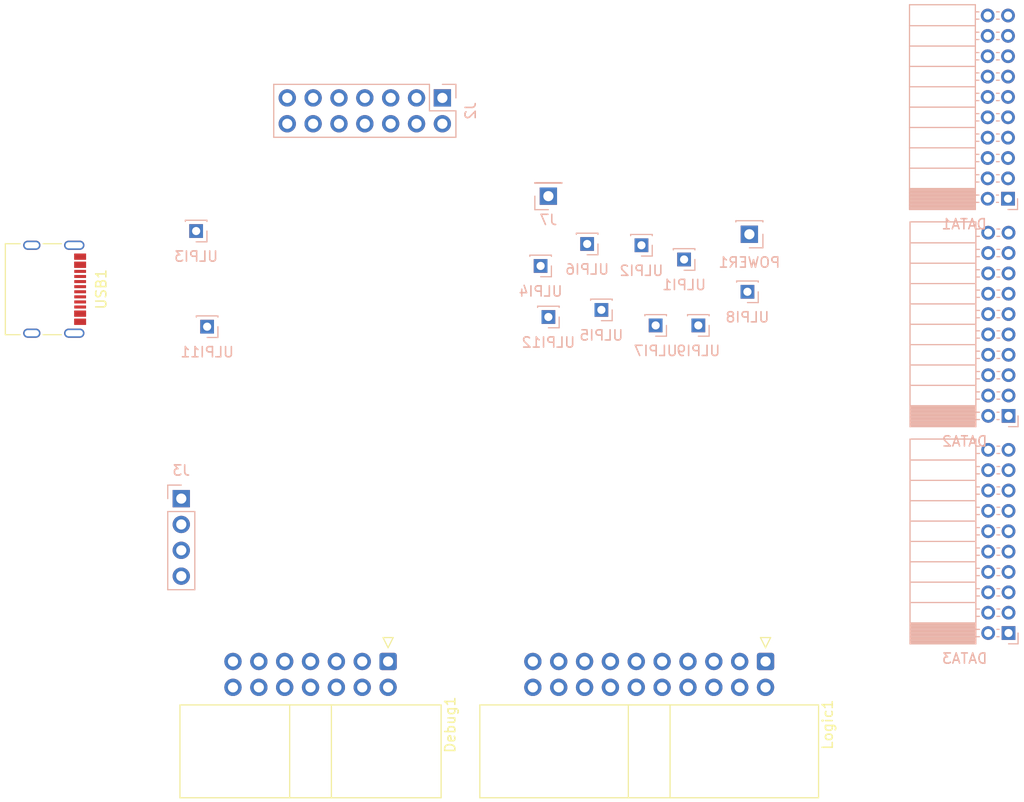
<source format=kicad_pcb>
(kicad_pcb (version 20171130) (host pcbnew "(5.1.5)-3")

  (general
    (thickness 1.6)
    (drawings 0)
    (tracks 0)
    (zones 0)
    (modules 21)
    (nets 28)
  )

  (page A4)
  (layers
    (0 F.Cu signal)
    (31 B.Cu signal)
    (32 B.Adhes user)
    (33 F.Adhes user)
    (34 B.Paste user)
    (35 F.Paste user)
    (36 B.SilkS user)
    (37 F.SilkS user)
    (38 B.Mask user)
    (39 F.Mask user)
    (40 Dwgs.User user)
    (41 Cmts.User user)
    (42 Eco1.User user)
    (43 Eco2.User user)
    (44 Edge.Cuts user)
    (45 Margin user)
    (46 B.CrtYd user)
    (47 F.CrtYd user)
    (48 B.Fab user hide)
    (49 F.Fab user hide)
  )

  (setup
    (last_trace_width 0.25)
    (trace_clearance 0.2)
    (zone_clearance 0.508)
    (zone_45_only no)
    (trace_min 0.2)
    (via_size 0.8)
    (via_drill 0.4)
    (via_min_size 0.4)
    (via_min_drill 0.3)
    (uvia_size 0.3)
    (uvia_drill 0.1)
    (uvias_allowed no)
    (uvia_min_size 0.2)
    (uvia_min_drill 0.1)
    (edge_width 0.05)
    (segment_width 0.2)
    (pcb_text_width 0.3)
    (pcb_text_size 1.5 1.5)
    (mod_edge_width 0.12)
    (mod_text_size 1 1)
    (mod_text_width 0.15)
    (pad_size 1.524 1.524)
    (pad_drill 0.762)
    (pad_to_mask_clearance 0.051)
    (solder_mask_min_width 0.25)
    (aux_axis_origin 0 0)
    (visible_elements 7FFFFFFF)
    (pcbplotparams
      (layerselection 0x010fc_ffffffff)
      (usegerberextensions false)
      (usegerberattributes false)
      (usegerberadvancedattributes false)
      (creategerberjobfile false)
      (excludeedgelayer true)
      (linewidth 0.100000)
      (plotframeref false)
      (viasonmask false)
      (mode 1)
      (useauxorigin false)
      (hpglpennumber 1)
      (hpglpenspeed 20)
      (hpglpendiameter 15.000000)
      (psnegative false)
      (psa4output false)
      (plotreference true)
      (plotvalue true)
      (plotinvisibletext false)
      (padsonsilk false)
      (subtractmaskfromsilk false)
      (outputformat 1)
      (mirror false)
      (drillshape 1)
      (scaleselection 1)
      (outputdirectory ""))
  )

  (net 0 "")
  (net 1 /VCC_DATA)
  (net 2 GND)
  (net 3 /VCC)
  (net 4 Vdrive)
  (net 5 /VBUS)
  (net 6 "Net-(D3-Pad2)")
  (net 7 "Net-(D4-Pad2)")
  (net 8 /ZYNQ_)
  (net 9 /VCC_1.8V)
  (net 10 "Net-(R1-Pad1)")
  (net 11 "Net-(R4-Pad2)")
  (net 12 "Net-(R5-Pad2)")
  (net 13 /TDI)
  (net 14 /TMS|SWDIO)
  (net 15 /TCK|SWCLK)
  (net 16 /TRST)
  (net 17 /ULPI_DIR)
  (net 18 /ULPI_STP)
  (net 19 /ULPI_D7)
  (net 20 /ULPI_D6)
  (net 21 /ULPI_D4)
  (net 22 /ULPI_D3)
  (net 23 /ULPI_D2)
  (net 24 /ULPI_D1)
  (net 25 /ULPI_D0)
  (net 26 /ULPI_NXT)
  (net 27 /ULPI_CLKOUT)

  (net_class Default 这是默认网络类。
    (clearance 0.2)
    (trace_width 0.25)
    (via_dia 0.8)
    (via_drill 0.4)
    (uvia_dia 0.3)
    (uvia_drill 0.1)
    (add_net /FIO_LOGIC0)
    (add_net /FIO_LOGIC1)
    (add_net /FIO_LOGIC2)
    (add_net /FIO_LOGIC3)
    (add_net /FIO_TCK)
    (add_net /FIO_TDI)
    (add_net /FIO_TDO|UART2_RX)
    (add_net /FIO_TMS_I)
    (add_net /FIO|UART1_RX)
    (add_net /FIO|UART1_TX)
    (add_net /GIO_IN_DIR)
    (add_net /GIO_OUT_DIR)
    (add_net /GIO_SRST)
    (add_net /GIO_TRST|UART2_TX)
    (add_net /LOGIC0)
    (add_net /LOGIC1)
    (add_net /LOGIC10)
    (add_net /LOGIC11)
    (add_net /LOGIC12)
    (add_net /LOGIC13)
    (add_net /LOGIC14)
    (add_net /LOGIC15)
    (add_net /LOGIC2)
    (add_net /LOGIC3)
    (add_net /LOGIC4)
    (add_net /LOGIC5)
    (add_net /LOGIC6)
    (add_net /LOGIC7)
    (add_net /LOGIC8)
    (add_net /LOGIC9)
    (add_net /RX1)
    (add_net /RX2)
    (add_net /RX3)
    (add_net /SPI00_MISO)
    (add_net /SPI00_MOSI)
    (add_net /SPI01_MISO)
    (add_net /SPI0_CLK)
    (add_net /SRST)
    (add_net /TCK|SWCLK)
    (add_net /TDI)
    (add_net /TDO)
    (add_net /TMS|SWDIO)
    (add_net /TRST)
    (add_net /TX1)
    (add_net /TX2)
    (add_net /TX3)
    (add_net /UART4_RX)
    (add_net /UART4_TX)
    (add_net /ULPI_CLKOUT)
    (add_net /ULPI_D0)
    (add_net /ULPI_D1)
    (add_net /ULPI_D2)
    (add_net /ULPI_D3)
    (add_net /ULPI_D4)
    (add_net /ULPI_D6)
    (add_net /ULPI_D7)
    (add_net /ULPI_DIR)
    (add_net /ULPI_NXT)
    (add_net /ULPI_STP)
    (add_net /USART0_RX)
    (add_net /USART0_TX)
    (add_net /USBPHY_REFCLK)
    (add_net /VBUS)
    (add_net /VCC)
    (add_net /VCC_1.8V)
    (add_net /VCC_DATA)
    (add_net /Vdrive_CTRL1)
    (add_net /Vdrive_CTRL2)
    (add_net /Vdrive_CTRL3)
    (add_net /Vdrive_CTRL4)
    (add_net /Vdrv)
    (add_net /ZYNQ_)
    (add_net /ZYNQ_A20)
    (add_net /ZYNQ_B19)
    (add_net /ZYNQ_B20)
    (add_net /ZYNQ_C20)
    (add_net /ZYNQ_D18)
    (add_net /ZYNQ_D19)
    (add_net /ZYNQ_D20)
    (add_net /ZYNQ_H16)
    (add_net /ZYNQ_H17)
    (add_net /ZYNQ_H18)
    (add_net GND)
    (add_net "Net-(D3-Pad2)")
    (add_net "Net-(D4-Pad2)")
    (add_net "Net-(DATA1-Pad11)")
    (add_net "Net-(DATA2-Pad11)")
    (add_net "Net-(DATA3-Pad11)")
    (add_net "Net-(J2-Pad12)")
    (add_net "Net-(J2-Pad14)")
    (add_net "Net-(R1-Pad1)")
    (add_net "Net-(R3-Pad1)")
    (add_net "Net-(R4-Pad2)")
    (add_net "Net-(R5-Pad2)")
    (add_net "Net-(R9-Pad2)")
    (add_net "Net-(RN4-Pad3)")
    (add_net "Net-(RN4-Pad4)")
    (add_net "Net-(RN4-Pad5)")
    (add_net "Net-(RN4-Pad6)")
    (add_net "Net-(RN8-Pad3)")
    (add_net "Net-(RN8-Pad4)")
    (add_net "Net-(U1-Pad12)")
    (add_net "Net-(U1-Pad15)")
    (add_net "Net-(U1-Pad16)")
    (add_net "Net-(U7-Pad2)")
    (add_net "Net-(U7-Pad3)")
    (add_net "Net-(U7-Pad46)")
    (add_net "Net-(U7-Pad47)")
    (add_net Vdrive)
  )

  (module Connector_PinSocket_2.00mm:PinSocket_1x01_P2.00mm_Vertical (layer B.Cu) (tedit 5A19A430) (tstamp 5FB3DBDD)
    (at 92.964 86.0425)
    (descr "Through hole straight socket strip, 1x01, 2.00mm pitch, single row (from Kicad 4.0.7), script generated")
    (tags "Through hole socket strip THT 1x01 2.00mm single row")
    (path /5FB6D2D4)
    (fp_text reference ULPI12 (at 0 2.5) (layer B.SilkS)
      (effects (font (size 1 1) (thickness 0.15)) (justify mirror))
    )
    (fp_text value Conn_01x01 (at 0 -2.5) (layer B.Fab)
      (effects (font (size 1 1) (thickness 0.15)) (justify mirror))
    )
    (fp_text user %R (at 0 0) (layer B.Fab)
      (effects (font (size 1 1) (thickness 0.15)) (justify mirror))
    )
    (fp_line (start -1.5 -1.5) (end -1.5 1.5) (layer B.CrtYd) (width 0.05))
    (fp_line (start 1.5 -1.5) (end -1.5 -1.5) (layer B.CrtYd) (width 0.05))
    (fp_line (start 1.5 1.5) (end 1.5 -1.5) (layer B.CrtYd) (width 0.05))
    (fp_line (start -1.5 1.5) (end 1.5 1.5) (layer B.CrtYd) (width 0.05))
    (fp_line (start 0 1.06) (end 1.06 1.06) (layer B.SilkS) (width 0.12))
    (fp_line (start 1.06 1.06) (end 1.06 0) (layer B.SilkS) (width 0.12))
    (fp_line (start 1.06 -0.94) (end 1.06 -1.06) (layer B.SilkS) (width 0.12))
    (fp_line (start -1.06 -0.94) (end -1.06 -1.06) (layer B.SilkS) (width 0.12))
    (fp_line (start -1.06 -1.06) (end 1.06 -1.06) (layer B.SilkS) (width 0.12))
    (fp_line (start -1 -1) (end -1 1) (layer B.Fab) (width 0.1))
    (fp_line (start 1 -1) (end -1 -1) (layer B.Fab) (width 0.1))
    (fp_line (start 1 0.5) (end 1 -1) (layer B.Fab) (width 0.1))
    (fp_line (start 0.5 1) (end 1 0.5) (layer B.Fab) (width 0.1))
    (fp_line (start -1 1) (end 0.5 1) (layer B.Fab) (width 0.1))
    (pad 1 thru_hole rect (at 0 0) (size 1.35 1.35) (drill 0.8) (layers *.Cu *.Mask)
      (net 19 /ULPI_D7))
    (model ${KISYS3DMOD}/Connector_PinSocket_2.00mm.3dshapes/PinSocket_1x01_P2.00mm_Vertical.wrl
      (at (xyz 0 0 0))
      (scale (xyz 1 1 1))
      (rotate (xyz 0 0 0))
    )
  )

  (module Connector_PinSocket_2.00mm:PinSocket_1x01_P2.00mm_Vertical (layer B.Cu) (tedit 5A19A430) (tstamp 5FB3DBC9)
    (at 59.436 86.995)
    (descr "Through hole straight socket strip, 1x01, 2.00mm pitch, single row (from Kicad 4.0.7), script generated")
    (tags "Through hole socket strip THT 1x01 2.00mm single row")
    (path /5FB6D2CE)
    (fp_text reference ULPI11 (at 0 2.5) (layer B.SilkS)
      (effects (font (size 1 1) (thickness 0.15)) (justify mirror))
    )
    (fp_text value Conn_01x01 (at 0 -2.5) (layer B.Fab)
      (effects (font (size 1 1) (thickness 0.15)) (justify mirror))
    )
    (fp_text user %R (at 0 0) (layer B.Fab)
      (effects (font (size 1 1) (thickness 0.15)) (justify mirror))
    )
    (fp_line (start -1.5 -1.5) (end -1.5 1.5) (layer B.CrtYd) (width 0.05))
    (fp_line (start 1.5 -1.5) (end -1.5 -1.5) (layer B.CrtYd) (width 0.05))
    (fp_line (start 1.5 1.5) (end 1.5 -1.5) (layer B.CrtYd) (width 0.05))
    (fp_line (start -1.5 1.5) (end 1.5 1.5) (layer B.CrtYd) (width 0.05))
    (fp_line (start 0 1.06) (end 1.06 1.06) (layer B.SilkS) (width 0.12))
    (fp_line (start 1.06 1.06) (end 1.06 0) (layer B.SilkS) (width 0.12))
    (fp_line (start 1.06 -0.94) (end 1.06 -1.06) (layer B.SilkS) (width 0.12))
    (fp_line (start -1.06 -0.94) (end -1.06 -1.06) (layer B.SilkS) (width 0.12))
    (fp_line (start -1.06 -1.06) (end 1.06 -1.06) (layer B.SilkS) (width 0.12))
    (fp_line (start -1 -1) (end -1 1) (layer B.Fab) (width 0.1))
    (fp_line (start 1 -1) (end -1 -1) (layer B.Fab) (width 0.1))
    (fp_line (start 1 0.5) (end 1 -1) (layer B.Fab) (width 0.1))
    (fp_line (start 0.5 1) (end 1 0.5) (layer B.Fab) (width 0.1))
    (fp_line (start -1 1) (end 0.5 1) (layer B.Fab) (width 0.1))
    (pad 1 thru_hole rect (at 0 0) (size 1.35 1.35) (drill 0.8) (layers *.Cu *.Mask)
      (net 20 /ULPI_D6))
    (model ${KISYS3DMOD}/Connector_PinSocket_2.00mm.3dshapes/PinSocket_1x01_P2.00mm_Vertical.wrl
      (at (xyz 0 0 0))
      (scale (xyz 1 1 1))
      (rotate (xyz 0 0 0))
    )
  )

  (module Connector_PinSocket_2.00mm:PinSocket_1x01_P2.00mm_Vertical (layer B.Cu) (tedit 5A19A430) (tstamp 5FB3DBA1)
    (at 107.696 86.868)
    (descr "Through hole straight socket strip, 1x01, 2.00mm pitch, single row (from Kicad 4.0.7), script generated")
    (tags "Through hole socket strip THT 1x01 2.00mm single row")
    (path /5FB6D2C1)
    (fp_text reference ULPI9 (at 0 2.5) (layer B.SilkS)
      (effects (font (size 1 1) (thickness 0.15)) (justify mirror))
    )
    (fp_text value Conn_01x01 (at 0 -2.5) (layer B.Fab)
      (effects (font (size 1 1) (thickness 0.15)) (justify mirror))
    )
    (fp_text user %R (at 0 0) (layer B.Fab)
      (effects (font (size 1 1) (thickness 0.15)) (justify mirror))
    )
    (fp_line (start -1.5 -1.5) (end -1.5 1.5) (layer B.CrtYd) (width 0.05))
    (fp_line (start 1.5 -1.5) (end -1.5 -1.5) (layer B.CrtYd) (width 0.05))
    (fp_line (start 1.5 1.5) (end 1.5 -1.5) (layer B.CrtYd) (width 0.05))
    (fp_line (start -1.5 1.5) (end 1.5 1.5) (layer B.CrtYd) (width 0.05))
    (fp_line (start 0 1.06) (end 1.06 1.06) (layer B.SilkS) (width 0.12))
    (fp_line (start 1.06 1.06) (end 1.06 0) (layer B.SilkS) (width 0.12))
    (fp_line (start 1.06 -0.94) (end 1.06 -1.06) (layer B.SilkS) (width 0.12))
    (fp_line (start -1.06 -0.94) (end -1.06 -1.06) (layer B.SilkS) (width 0.12))
    (fp_line (start -1.06 -1.06) (end 1.06 -1.06) (layer B.SilkS) (width 0.12))
    (fp_line (start -1 -1) (end -1 1) (layer B.Fab) (width 0.1))
    (fp_line (start 1 -1) (end -1 -1) (layer B.Fab) (width 0.1))
    (fp_line (start 1 0.5) (end 1 -1) (layer B.Fab) (width 0.1))
    (fp_line (start 0.5 1) (end 1 0.5) (layer B.Fab) (width 0.1))
    (fp_line (start -1 1) (end 0.5 1) (layer B.Fab) (width 0.1))
    (pad 1 thru_hole rect (at 0 0) (size 1.35 1.35) (drill 0.8) (layers *.Cu *.Mask)
      (net 21 /ULPI_D4))
    (model ${KISYS3DMOD}/Connector_PinSocket_2.00mm.3dshapes/PinSocket_1x01_P2.00mm_Vertical.wrl
      (at (xyz 0 0 0))
      (scale (xyz 1 1 1))
      (rotate (xyz 0 0 0))
    )
  )

  (module Connector_PinSocket_2.00mm:PinSocket_1x01_P2.00mm_Vertical (layer B.Cu) (tedit 5A19A430) (tstamp 5FB3DB8D)
    (at 112.522 83.566)
    (descr "Through hole straight socket strip, 1x01, 2.00mm pitch, single row (from Kicad 4.0.7), script generated")
    (tags "Through hole socket strip THT 1x01 2.00mm single row")
    (path /5FB62018)
    (fp_text reference ULPI8 (at 0 2.5) (layer B.SilkS)
      (effects (font (size 1 1) (thickness 0.15)) (justify mirror))
    )
    (fp_text value Conn_01x01 (at 0 -2.5) (layer B.Fab)
      (effects (font (size 1 1) (thickness 0.15)) (justify mirror))
    )
    (fp_text user %R (at 0 0) (layer B.Fab)
      (effects (font (size 1 1) (thickness 0.15)) (justify mirror))
    )
    (fp_line (start -1.5 -1.5) (end -1.5 1.5) (layer B.CrtYd) (width 0.05))
    (fp_line (start 1.5 -1.5) (end -1.5 -1.5) (layer B.CrtYd) (width 0.05))
    (fp_line (start 1.5 1.5) (end 1.5 -1.5) (layer B.CrtYd) (width 0.05))
    (fp_line (start -1.5 1.5) (end 1.5 1.5) (layer B.CrtYd) (width 0.05))
    (fp_line (start 0 1.06) (end 1.06 1.06) (layer B.SilkS) (width 0.12))
    (fp_line (start 1.06 1.06) (end 1.06 0) (layer B.SilkS) (width 0.12))
    (fp_line (start 1.06 -0.94) (end 1.06 -1.06) (layer B.SilkS) (width 0.12))
    (fp_line (start -1.06 -0.94) (end -1.06 -1.06) (layer B.SilkS) (width 0.12))
    (fp_line (start -1.06 -1.06) (end 1.06 -1.06) (layer B.SilkS) (width 0.12))
    (fp_line (start -1 -1) (end -1 1) (layer B.Fab) (width 0.1))
    (fp_line (start 1 -1) (end -1 -1) (layer B.Fab) (width 0.1))
    (fp_line (start 1 0.5) (end 1 -1) (layer B.Fab) (width 0.1))
    (fp_line (start 0.5 1) (end 1 0.5) (layer B.Fab) (width 0.1))
    (fp_line (start -1 1) (end 0.5 1) (layer B.Fab) (width 0.1))
    (pad 1 thru_hole rect (at 0 0) (size 1.35 1.35) (drill 0.8) (layers *.Cu *.Mask)
      (net 22 /ULPI_D3))
    (model ${KISYS3DMOD}/Connector_PinSocket_2.00mm.3dshapes/PinSocket_1x01_P2.00mm_Vertical.wrl
      (at (xyz 0 0 0))
      (scale (xyz 1 1 1))
      (rotate (xyz 0 0 0))
    )
  )

  (module Connector_PinSocket_2.00mm:PinSocket_1x01_P2.00mm_Vertical (layer B.Cu) (tedit 5A19A430) (tstamp 5FB3DB79)
    (at 103.505 86.868)
    (descr "Through hole straight socket strip, 1x01, 2.00mm pitch, single row (from Kicad 4.0.7), script generated")
    (tags "Through hole socket strip THT 1x01 2.00mm single row")
    (path /5FB62012)
    (fp_text reference ULPI7 (at 0 2.5) (layer B.SilkS)
      (effects (font (size 1 1) (thickness 0.15)) (justify mirror))
    )
    (fp_text value Conn_01x01 (at 0 -2.5) (layer B.Fab)
      (effects (font (size 1 1) (thickness 0.15)) (justify mirror))
    )
    (fp_text user %R (at 0 0) (layer B.Fab)
      (effects (font (size 1 1) (thickness 0.15)) (justify mirror))
    )
    (fp_line (start -1.5 -1.5) (end -1.5 1.5) (layer B.CrtYd) (width 0.05))
    (fp_line (start 1.5 -1.5) (end -1.5 -1.5) (layer B.CrtYd) (width 0.05))
    (fp_line (start 1.5 1.5) (end 1.5 -1.5) (layer B.CrtYd) (width 0.05))
    (fp_line (start -1.5 1.5) (end 1.5 1.5) (layer B.CrtYd) (width 0.05))
    (fp_line (start 0 1.06) (end 1.06 1.06) (layer B.SilkS) (width 0.12))
    (fp_line (start 1.06 1.06) (end 1.06 0) (layer B.SilkS) (width 0.12))
    (fp_line (start 1.06 -0.94) (end 1.06 -1.06) (layer B.SilkS) (width 0.12))
    (fp_line (start -1.06 -0.94) (end -1.06 -1.06) (layer B.SilkS) (width 0.12))
    (fp_line (start -1.06 -1.06) (end 1.06 -1.06) (layer B.SilkS) (width 0.12))
    (fp_line (start -1 -1) (end -1 1) (layer B.Fab) (width 0.1))
    (fp_line (start 1 -1) (end -1 -1) (layer B.Fab) (width 0.1))
    (fp_line (start 1 0.5) (end 1 -1) (layer B.Fab) (width 0.1))
    (fp_line (start 0.5 1) (end 1 0.5) (layer B.Fab) (width 0.1))
    (fp_line (start -1 1) (end 0.5 1) (layer B.Fab) (width 0.1))
    (pad 1 thru_hole rect (at 0 0) (size 1.35 1.35) (drill 0.8) (layers *.Cu *.Mask)
      (net 23 /ULPI_D2))
    (model ${KISYS3DMOD}/Connector_PinSocket_2.00mm.3dshapes/PinSocket_1x01_P2.00mm_Vertical.wrl
      (at (xyz 0 0 0))
      (scale (xyz 1 1 1))
      (rotate (xyz 0 0 0))
    )
  )

  (module Connector_PinSocket_2.00mm:PinSocket_1x01_P2.00mm_Vertical (layer B.Cu) (tedit 5A19A430) (tstamp 5FB3DB65)
    (at 96.774 78.867)
    (descr "Through hole straight socket strip, 1x01, 2.00mm pitch, single row (from Kicad 4.0.7), script generated")
    (tags "Through hole socket strip THT 1x01 2.00mm single row")
    (path /5FB6200C)
    (fp_text reference ULPI6 (at 0 2.5) (layer B.SilkS)
      (effects (font (size 1 1) (thickness 0.15)) (justify mirror))
    )
    (fp_text value Conn_01x01 (at 0 -2.5) (layer B.Fab)
      (effects (font (size 1 1) (thickness 0.15)) (justify mirror))
    )
    (fp_text user %R (at 0 0) (layer B.Fab)
      (effects (font (size 1 1) (thickness 0.15)) (justify mirror))
    )
    (fp_line (start -1.5 -1.5) (end -1.5 1.5) (layer B.CrtYd) (width 0.05))
    (fp_line (start 1.5 -1.5) (end -1.5 -1.5) (layer B.CrtYd) (width 0.05))
    (fp_line (start 1.5 1.5) (end 1.5 -1.5) (layer B.CrtYd) (width 0.05))
    (fp_line (start -1.5 1.5) (end 1.5 1.5) (layer B.CrtYd) (width 0.05))
    (fp_line (start 0 1.06) (end 1.06 1.06) (layer B.SilkS) (width 0.12))
    (fp_line (start 1.06 1.06) (end 1.06 0) (layer B.SilkS) (width 0.12))
    (fp_line (start 1.06 -0.94) (end 1.06 -1.06) (layer B.SilkS) (width 0.12))
    (fp_line (start -1.06 -0.94) (end -1.06 -1.06) (layer B.SilkS) (width 0.12))
    (fp_line (start -1.06 -1.06) (end 1.06 -1.06) (layer B.SilkS) (width 0.12))
    (fp_line (start -1 -1) (end -1 1) (layer B.Fab) (width 0.1))
    (fp_line (start 1 -1) (end -1 -1) (layer B.Fab) (width 0.1))
    (fp_line (start 1 0.5) (end 1 -1) (layer B.Fab) (width 0.1))
    (fp_line (start 0.5 1) (end 1 0.5) (layer B.Fab) (width 0.1))
    (fp_line (start -1 1) (end 0.5 1) (layer B.Fab) (width 0.1))
    (pad 1 thru_hole rect (at 0 0) (size 1.35 1.35) (drill 0.8) (layers *.Cu *.Mask)
      (net 24 /ULPI_D1))
    (model ${KISYS3DMOD}/Connector_PinSocket_2.00mm.3dshapes/PinSocket_1x01_P2.00mm_Vertical.wrl
      (at (xyz 0 0 0))
      (scale (xyz 1 1 1))
      (rotate (xyz 0 0 0))
    )
  )

  (module Connector_PinSocket_2.00mm:PinSocket_1x01_P2.00mm_Vertical (layer B.Cu) (tedit 5A19A430) (tstamp 5FB3DB51)
    (at 98.171 85.344)
    (descr "Through hole straight socket strip, 1x01, 2.00mm pitch, single row (from Kicad 4.0.7), script generated")
    (tags "Through hole socket strip THT 1x01 2.00mm single row")
    (path /5FB62005)
    (fp_text reference ULPI5 (at 0 2.5) (layer B.SilkS)
      (effects (font (size 1 1) (thickness 0.15)) (justify mirror))
    )
    (fp_text value Conn_01x01 (at 0 -2.5) (layer B.Fab)
      (effects (font (size 1 1) (thickness 0.15)) (justify mirror))
    )
    (fp_text user %R (at 0 0) (layer B.Fab)
      (effects (font (size 1 1) (thickness 0.15)) (justify mirror))
    )
    (fp_line (start -1.5 -1.5) (end -1.5 1.5) (layer B.CrtYd) (width 0.05))
    (fp_line (start 1.5 -1.5) (end -1.5 -1.5) (layer B.CrtYd) (width 0.05))
    (fp_line (start 1.5 1.5) (end 1.5 -1.5) (layer B.CrtYd) (width 0.05))
    (fp_line (start -1.5 1.5) (end 1.5 1.5) (layer B.CrtYd) (width 0.05))
    (fp_line (start 0 1.06) (end 1.06 1.06) (layer B.SilkS) (width 0.12))
    (fp_line (start 1.06 1.06) (end 1.06 0) (layer B.SilkS) (width 0.12))
    (fp_line (start 1.06 -0.94) (end 1.06 -1.06) (layer B.SilkS) (width 0.12))
    (fp_line (start -1.06 -0.94) (end -1.06 -1.06) (layer B.SilkS) (width 0.12))
    (fp_line (start -1.06 -1.06) (end 1.06 -1.06) (layer B.SilkS) (width 0.12))
    (fp_line (start -1 -1) (end -1 1) (layer B.Fab) (width 0.1))
    (fp_line (start 1 -1) (end -1 -1) (layer B.Fab) (width 0.1))
    (fp_line (start 1 0.5) (end 1 -1) (layer B.Fab) (width 0.1))
    (fp_line (start 0.5 1) (end 1 0.5) (layer B.Fab) (width 0.1))
    (fp_line (start -1 1) (end 0.5 1) (layer B.Fab) (width 0.1))
    (pad 1 thru_hole rect (at 0 0) (size 1.35 1.35) (drill 0.8) (layers *.Cu *.Mask)
      (net 25 /ULPI_D0))
    (model ${KISYS3DMOD}/Connector_PinSocket_2.00mm.3dshapes/PinSocket_1x01_P2.00mm_Vertical.wrl
      (at (xyz 0 0 0))
      (scale (xyz 1 1 1))
      (rotate (xyz 0 0 0))
    )
  )

  (module Connector_PinSocket_2.00mm:PinSocket_1x01_P2.00mm_Vertical (layer B.Cu) (tedit 5A19A430) (tstamp 5FB3DB3D)
    (at 92.202 81.026)
    (descr "Through hole straight socket strip, 1x01, 2.00mm pitch, single row (from Kicad 4.0.7), script generated")
    (tags "Through hole socket strip THT 1x01 2.00mm single row")
    (path /5FB4524A)
    (fp_text reference ULPI4 (at 0 2.5) (layer B.SilkS)
      (effects (font (size 1 1) (thickness 0.15)) (justify mirror))
    )
    (fp_text value Conn_01x01 (at 0 -2.5) (layer B.Fab)
      (effects (font (size 1 1) (thickness 0.15)) (justify mirror))
    )
    (fp_text user %R (at 0 0) (layer B.Fab)
      (effects (font (size 1 1) (thickness 0.15)) (justify mirror))
    )
    (fp_line (start -1.5 -1.5) (end -1.5 1.5) (layer B.CrtYd) (width 0.05))
    (fp_line (start 1.5 -1.5) (end -1.5 -1.5) (layer B.CrtYd) (width 0.05))
    (fp_line (start 1.5 1.5) (end 1.5 -1.5) (layer B.CrtYd) (width 0.05))
    (fp_line (start -1.5 1.5) (end 1.5 1.5) (layer B.CrtYd) (width 0.05))
    (fp_line (start 0 1.06) (end 1.06 1.06) (layer B.SilkS) (width 0.12))
    (fp_line (start 1.06 1.06) (end 1.06 0) (layer B.SilkS) (width 0.12))
    (fp_line (start 1.06 -0.94) (end 1.06 -1.06) (layer B.SilkS) (width 0.12))
    (fp_line (start -1.06 -0.94) (end -1.06 -1.06) (layer B.SilkS) (width 0.12))
    (fp_line (start -1.06 -1.06) (end 1.06 -1.06) (layer B.SilkS) (width 0.12))
    (fp_line (start -1 -1) (end -1 1) (layer B.Fab) (width 0.1))
    (fp_line (start 1 -1) (end -1 -1) (layer B.Fab) (width 0.1))
    (fp_line (start 1 0.5) (end 1 -1) (layer B.Fab) (width 0.1))
    (fp_line (start 0.5 1) (end 1 0.5) (layer B.Fab) (width 0.1))
    (fp_line (start -1 1) (end 0.5 1) (layer B.Fab) (width 0.1))
    (pad 1 thru_hole rect (at 0 0) (size 1.35 1.35) (drill 0.8) (layers *.Cu *.Mask)
      (net 27 /ULPI_CLKOUT))
    (model ${KISYS3DMOD}/Connector_PinSocket_2.00mm.3dshapes/PinSocket_1x01_P2.00mm_Vertical.wrl
      (at (xyz 0 0 0))
      (scale (xyz 1 1 1))
      (rotate (xyz 0 0 0))
    )
  )

  (module Connector_PinSocket_2.00mm:PinSocket_1x01_P2.00mm_Vertical (layer B.Cu) (tedit 5A19A430) (tstamp 5FB3DB29)
    (at 58.3565 77.597)
    (descr "Through hole straight socket strip, 1x01, 2.00mm pitch, single row (from Kicad 4.0.7), script generated")
    (tags "Through hole socket strip THT 1x01 2.00mm single row")
    (path /5FB450B2)
    (fp_text reference ULPI3 (at 0 2.5) (layer B.SilkS)
      (effects (font (size 1 1) (thickness 0.15)) (justify mirror))
    )
    (fp_text value Conn_01x01 (at 0 -2.5) (layer B.Fab)
      (effects (font (size 1 1) (thickness 0.15)) (justify mirror))
    )
    (fp_text user %R (at 0 0) (layer B.Fab)
      (effects (font (size 1 1) (thickness 0.15)) (justify mirror))
    )
    (fp_line (start -1.5 -1.5) (end -1.5 1.5) (layer B.CrtYd) (width 0.05))
    (fp_line (start 1.5 -1.5) (end -1.5 -1.5) (layer B.CrtYd) (width 0.05))
    (fp_line (start 1.5 1.5) (end 1.5 -1.5) (layer B.CrtYd) (width 0.05))
    (fp_line (start -1.5 1.5) (end 1.5 1.5) (layer B.CrtYd) (width 0.05))
    (fp_line (start 0 1.06) (end 1.06 1.06) (layer B.SilkS) (width 0.12))
    (fp_line (start 1.06 1.06) (end 1.06 0) (layer B.SilkS) (width 0.12))
    (fp_line (start 1.06 -0.94) (end 1.06 -1.06) (layer B.SilkS) (width 0.12))
    (fp_line (start -1.06 -0.94) (end -1.06 -1.06) (layer B.SilkS) (width 0.12))
    (fp_line (start -1.06 -1.06) (end 1.06 -1.06) (layer B.SilkS) (width 0.12))
    (fp_line (start -1 -1) (end -1 1) (layer B.Fab) (width 0.1))
    (fp_line (start 1 -1) (end -1 -1) (layer B.Fab) (width 0.1))
    (fp_line (start 1 0.5) (end 1 -1) (layer B.Fab) (width 0.1))
    (fp_line (start 0.5 1) (end 1 0.5) (layer B.Fab) (width 0.1))
    (fp_line (start -1 1) (end 0.5 1) (layer B.Fab) (width 0.1))
    (pad 1 thru_hole rect (at 0 0) (size 1.35 1.35) (drill 0.8) (layers *.Cu *.Mask)
      (net 17 /ULPI_DIR))
    (model ${KISYS3DMOD}/Connector_PinSocket_2.00mm.3dshapes/PinSocket_1x01_P2.00mm_Vertical.wrl
      (at (xyz 0 0 0))
      (scale (xyz 1 1 1))
      (rotate (xyz 0 0 0))
    )
  )

  (module Connector_PinSocket_2.00mm:PinSocket_1x01_P2.00mm_Vertical (layer B.Cu) (tedit 5A19A430) (tstamp 5FB3DB15)
    (at 102.108 78.994)
    (descr "Through hole straight socket strip, 1x01, 2.00mm pitch, single row (from Kicad 4.0.7), script generated")
    (tags "Through hole socket strip THT 1x01 2.00mm single row")
    (path /5FB44F38)
    (fp_text reference ULPI2 (at 0 2.5) (layer B.SilkS)
      (effects (font (size 1 1) (thickness 0.15)) (justify mirror))
    )
    (fp_text value Conn_01x01 (at 0 -2.5) (layer B.Fab)
      (effects (font (size 1 1) (thickness 0.15)) (justify mirror))
    )
    (fp_text user %R (at 0 0) (layer B.Fab)
      (effects (font (size 1 1) (thickness 0.15)) (justify mirror))
    )
    (fp_line (start -1.5 -1.5) (end -1.5 1.5) (layer B.CrtYd) (width 0.05))
    (fp_line (start 1.5 -1.5) (end -1.5 -1.5) (layer B.CrtYd) (width 0.05))
    (fp_line (start 1.5 1.5) (end 1.5 -1.5) (layer B.CrtYd) (width 0.05))
    (fp_line (start -1.5 1.5) (end 1.5 1.5) (layer B.CrtYd) (width 0.05))
    (fp_line (start 0 1.06) (end 1.06 1.06) (layer B.SilkS) (width 0.12))
    (fp_line (start 1.06 1.06) (end 1.06 0) (layer B.SilkS) (width 0.12))
    (fp_line (start 1.06 -0.94) (end 1.06 -1.06) (layer B.SilkS) (width 0.12))
    (fp_line (start -1.06 -0.94) (end -1.06 -1.06) (layer B.SilkS) (width 0.12))
    (fp_line (start -1.06 -1.06) (end 1.06 -1.06) (layer B.SilkS) (width 0.12))
    (fp_line (start -1 -1) (end -1 1) (layer B.Fab) (width 0.1))
    (fp_line (start 1 -1) (end -1 -1) (layer B.Fab) (width 0.1))
    (fp_line (start 1 0.5) (end 1 -1) (layer B.Fab) (width 0.1))
    (fp_line (start 0.5 1) (end 1 0.5) (layer B.Fab) (width 0.1))
    (fp_line (start -1 1) (end 0.5 1) (layer B.Fab) (width 0.1))
    (pad 1 thru_hole rect (at 0 0) (size 1.35 1.35) (drill 0.8) (layers *.Cu *.Mask)
      (net 26 /ULPI_NXT))
    (model ${KISYS3DMOD}/Connector_PinSocket_2.00mm.3dshapes/PinSocket_1x01_P2.00mm_Vertical.wrl
      (at (xyz 0 0 0))
      (scale (xyz 1 1 1))
      (rotate (xyz 0 0 0))
    )
  )

  (module Connector_PinSocket_2.00mm:PinSocket_1x01_P2.00mm_Vertical (layer B.Cu) (tedit 5A19A430) (tstamp 5FB3DB01)
    (at 106.299 80.391)
    (descr "Through hole straight socket strip, 1x01, 2.00mm pitch, single row (from Kicad 4.0.7), script generated")
    (tags "Through hole socket strip THT 1x01 2.00mm single row")
    (path /5FB30AB4)
    (fp_text reference ULPI1 (at 0 2.5) (layer B.SilkS)
      (effects (font (size 1 1) (thickness 0.15)) (justify mirror))
    )
    (fp_text value Conn_01x01 (at 0 -2.5) (layer B.Fab)
      (effects (font (size 1 1) (thickness 0.15)) (justify mirror))
    )
    (fp_text user %R (at 0 0) (layer B.Fab)
      (effects (font (size 1 1) (thickness 0.15)) (justify mirror))
    )
    (fp_line (start -1.5 -1.5) (end -1.5 1.5) (layer B.CrtYd) (width 0.05))
    (fp_line (start 1.5 -1.5) (end -1.5 -1.5) (layer B.CrtYd) (width 0.05))
    (fp_line (start 1.5 1.5) (end 1.5 -1.5) (layer B.CrtYd) (width 0.05))
    (fp_line (start -1.5 1.5) (end 1.5 1.5) (layer B.CrtYd) (width 0.05))
    (fp_line (start 0 1.06) (end 1.06 1.06) (layer B.SilkS) (width 0.12))
    (fp_line (start 1.06 1.06) (end 1.06 0) (layer B.SilkS) (width 0.12))
    (fp_line (start 1.06 -0.94) (end 1.06 -1.06) (layer B.SilkS) (width 0.12))
    (fp_line (start -1.06 -0.94) (end -1.06 -1.06) (layer B.SilkS) (width 0.12))
    (fp_line (start -1.06 -1.06) (end 1.06 -1.06) (layer B.SilkS) (width 0.12))
    (fp_line (start -1 -1) (end -1 1) (layer B.Fab) (width 0.1))
    (fp_line (start 1 -1) (end -1 -1) (layer B.Fab) (width 0.1))
    (fp_line (start 1 0.5) (end 1 -1) (layer B.Fab) (width 0.1))
    (fp_line (start 0.5 1) (end 1 0.5) (layer B.Fab) (width 0.1))
    (fp_line (start -1 1) (end 0.5 1) (layer B.Fab) (width 0.1))
    (pad 1 thru_hole rect (at 0 0) (size 1.35 1.35) (drill 0.8) (layers *.Cu *.Mask)
      (net 18 /ULPI_STP))
    (model ${KISYS3DMOD}/Connector_PinSocket_2.00mm.3dshapes/PinSocket_1x01_P2.00mm_Vertical.wrl
      (at (xyz 0 0 0))
      (scale (xyz 1 1 1))
      (rotate (xyz 0 0 0))
    )
  )

  (module Connector_PinSocket_2.54mm:PinSocket_1x01_P2.54mm_Vertical (layer B.Cu) (tedit 5A19A434) (tstamp 5FB3D7B2)
    (at 112.7125 77.9145)
    (descr "Through hole straight socket strip, 1x01, 2.54mm pitch, single row (from Kicad 4.0.7), script generated")
    (tags "Through hole socket strip THT 1x01 2.54mm single row")
    (path /5FB75A2D)
    (fp_text reference POWER1 (at 0 2.77) (layer B.SilkS)
      (effects (font (size 1 1) (thickness 0.15)) (justify mirror))
    )
    (fp_text value Conn_01x01 (at 0 -2.77) (layer B.Fab)
      (effects (font (size 1 1) (thickness 0.15)) (justify mirror))
    )
    (fp_text user %R (at 0 0) (layer B.Fab)
      (effects (font (size 1 1) (thickness 0.15)) (justify mirror))
    )
    (fp_line (start -1.8 -1.75) (end -1.8 1.8) (layer B.CrtYd) (width 0.05))
    (fp_line (start 1.75 -1.75) (end -1.8 -1.75) (layer B.CrtYd) (width 0.05))
    (fp_line (start 1.75 1.8) (end 1.75 -1.75) (layer B.CrtYd) (width 0.05))
    (fp_line (start -1.8 1.8) (end 1.75 1.8) (layer B.CrtYd) (width 0.05))
    (fp_line (start 0 1.33) (end 1.33 1.33) (layer B.SilkS) (width 0.12))
    (fp_line (start 1.33 1.33) (end 1.33 0) (layer B.SilkS) (width 0.12))
    (fp_line (start 1.33 -1.21) (end 1.33 -1.33) (layer B.SilkS) (width 0.12))
    (fp_line (start -1.33 -1.21) (end -1.33 -1.33) (layer B.SilkS) (width 0.12))
    (fp_line (start -1.33 -1.33) (end 1.33 -1.33) (layer B.SilkS) (width 0.12))
    (fp_line (start -1.27 -1.27) (end -1.27 1.27) (layer B.Fab) (width 0.1))
    (fp_line (start 1.27 -1.27) (end -1.27 -1.27) (layer B.Fab) (width 0.1))
    (fp_line (start 1.27 0.635) (end 1.27 -1.27) (layer B.Fab) (width 0.1))
    (fp_line (start 0.635 1.27) (end 1.27 0.635) (layer B.Fab) (width 0.1))
    (fp_line (start -1.27 1.27) (end 0.635 1.27) (layer B.Fab) (width 0.1))
    (pad 1 thru_hole rect (at 0 0) (size 1.7 1.7) (drill 1) (layers *.Cu *.Mask)
      (net 9 /VCC_1.8V))
    (model ${KISYS3DMOD}/Connector_PinSocket_2.54mm.3dshapes/PinSocket_1x01_P2.54mm_Vertical.wrl
      (at (xyz 0 0 0))
      (scale (xyz 1 1 1))
      (rotate (xyz 0 0 0))
    )
  )

  (module Connector_IDC:IDC-Header_2x10_P2.54mm_Horizontal (layer F.Cu) (tedit 5EAC9A08) (tstamp 5FB3E31E)
    (at 114.3 119.888 270)
    (descr "Through hole IDC box header, 2x10, 2.54mm pitch, DIN 41651 / IEC 60603-13, double rows, https://docs.google.com/spreadsheets/d/16SsEcesNF15N3Lb4niX7dcUr-NY5_MFPQhobNuNppn4/edit#gid=0")
    (tags "Through hole horizontal IDC box header THT 2x10 2.54mm double row")
    (path /5FCE15E7)
    (fp_text reference Logic1 (at 6.215 -6.1 90) (layer F.SilkS)
      (effects (font (size 1 1) (thickness 0.15)))
    )
    (fp_text value Conn_02x10_Odd_Even (at 6.215 28.96 90) (layer F.Fab)
      (effects (font (size 1 1) (thickness 0.15)))
    )
    (fp_text user %R (at 8.83 11.43) (layer F.Fab)
      (effects (font (size 1 1) (thickness 0.15)))
    )
    (fp_line (start 13.78 -5.6) (end -1.35 -5.6) (layer F.CrtYd) (width 0.05))
    (fp_line (start 13.78 28.46) (end 13.78 -5.6) (layer F.CrtYd) (width 0.05))
    (fp_line (start -1.35 28.46) (end 13.78 28.46) (layer F.CrtYd) (width 0.05))
    (fp_line (start -1.35 -5.6) (end -1.35 28.46) (layer F.CrtYd) (width 0.05))
    (fp_line (start -2.35 0.5) (end -1.35 0) (layer F.SilkS) (width 0.12))
    (fp_line (start -2.35 -0.5) (end -2.35 0.5) (layer F.SilkS) (width 0.12))
    (fp_line (start -1.35 0) (end -2.35 -0.5) (layer F.SilkS) (width 0.12))
    (fp_line (start 4.27 28.07) (end 4.27 -5.21) (layer F.SilkS) (width 0.12))
    (fp_line (start 13.39 28.07) (end 4.27 28.07) (layer F.SilkS) (width 0.12))
    (fp_line (start 13.39 -5.21) (end 13.39 28.07) (layer F.SilkS) (width 0.12))
    (fp_line (start 4.27 -5.21) (end 13.39 -5.21) (layer F.SilkS) (width 0.12))
    (fp_line (start 4.38 27.96) (end 4.38 -4.1) (layer F.Fab) (width 0.1))
    (fp_line (start 13.28 27.96) (end 4.38 27.96) (layer F.Fab) (width 0.1))
    (fp_line (start 13.28 -5.1) (end 13.28 27.96) (layer F.Fab) (width 0.1))
    (fp_line (start 5.38 -5.1) (end 13.28 -5.1) (layer F.Fab) (width 0.1))
    (fp_line (start -0.32 23.18) (end 4.38 23.18) (layer F.Fab) (width 0.1))
    (fp_line (start -0.32 22.54) (end -0.32 23.18) (layer F.Fab) (width 0.1))
    (fp_line (start 4.38 22.54) (end -0.32 22.54) (layer F.Fab) (width 0.1))
    (fp_line (start -0.32 20.64) (end 4.38 20.64) (layer F.Fab) (width 0.1))
    (fp_line (start -0.32 20) (end -0.32 20.64) (layer F.Fab) (width 0.1))
    (fp_line (start 4.38 20) (end -0.32 20) (layer F.Fab) (width 0.1))
    (fp_line (start -0.32 18.1) (end 4.38 18.1) (layer F.Fab) (width 0.1))
    (fp_line (start -0.32 17.46) (end -0.32 18.1) (layer F.Fab) (width 0.1))
    (fp_line (start 4.38 17.46) (end -0.32 17.46) (layer F.Fab) (width 0.1))
    (fp_line (start -0.32 15.56) (end 4.38 15.56) (layer F.Fab) (width 0.1))
    (fp_line (start -0.32 14.92) (end -0.32 15.56) (layer F.Fab) (width 0.1))
    (fp_line (start 4.38 14.92) (end -0.32 14.92) (layer F.Fab) (width 0.1))
    (fp_line (start -0.32 13.02) (end 4.38 13.02) (layer F.Fab) (width 0.1))
    (fp_line (start -0.32 12.38) (end -0.32 13.02) (layer F.Fab) (width 0.1))
    (fp_line (start 4.38 12.38) (end -0.32 12.38) (layer F.Fab) (width 0.1))
    (fp_line (start -0.32 10.48) (end 4.38 10.48) (layer F.Fab) (width 0.1))
    (fp_line (start -0.32 9.84) (end -0.32 10.48) (layer F.Fab) (width 0.1))
    (fp_line (start 4.38 9.84) (end -0.32 9.84) (layer F.Fab) (width 0.1))
    (fp_line (start -0.32 7.94) (end 4.38 7.94) (layer F.Fab) (width 0.1))
    (fp_line (start -0.32 7.3) (end -0.32 7.94) (layer F.Fab) (width 0.1))
    (fp_line (start 4.38 7.3) (end -0.32 7.3) (layer F.Fab) (width 0.1))
    (fp_line (start -0.32 5.4) (end 4.38 5.4) (layer F.Fab) (width 0.1))
    (fp_line (start -0.32 4.76) (end -0.32 5.4) (layer F.Fab) (width 0.1))
    (fp_line (start 4.38 4.76) (end -0.32 4.76) (layer F.Fab) (width 0.1))
    (fp_line (start -0.32 2.86) (end 4.38 2.86) (layer F.Fab) (width 0.1))
    (fp_line (start -0.32 2.22) (end -0.32 2.86) (layer F.Fab) (width 0.1))
    (fp_line (start 4.38 2.22) (end -0.32 2.22) (layer F.Fab) (width 0.1))
    (fp_line (start -0.32 0.32) (end 4.38 0.32) (layer F.Fab) (width 0.1))
    (fp_line (start -0.32 -0.32) (end -0.32 0.32) (layer F.Fab) (width 0.1))
    (fp_line (start 4.38 -0.32) (end -0.32 -0.32) (layer F.Fab) (width 0.1))
    (fp_line (start 4.27 13.48) (end 13.39 13.48) (layer F.SilkS) (width 0.12))
    (fp_line (start 4.27 9.38) (end 13.39 9.38) (layer F.SilkS) (width 0.12))
    (fp_line (start 4.38 13.48) (end 13.28 13.48) (layer F.Fab) (width 0.1))
    (fp_line (start 4.38 9.38) (end 13.28 9.38) (layer F.Fab) (width 0.1))
    (fp_line (start 4.38 -4.1) (end 5.38 -5.1) (layer F.Fab) (width 0.1))
    (pad 20 thru_hole circle (at 2.54 22.86 270) (size 1.7 1.7) (drill 1) (layers *.Cu *.Mask)
      (net 2 GND))
    (pad 18 thru_hole circle (at 2.54 20.32 270) (size 1.7 1.7) (drill 1) (layers *.Cu *.Mask))
    (pad 16 thru_hole circle (at 2.54 17.78 270) (size 1.7 1.7) (drill 1) (layers *.Cu *.Mask))
    (pad 14 thru_hole circle (at 2.54 15.24 270) (size 1.7 1.7) (drill 1) (layers *.Cu *.Mask))
    (pad 12 thru_hole circle (at 2.54 12.7 270) (size 1.7 1.7) (drill 1) (layers *.Cu *.Mask))
    (pad 10 thru_hole circle (at 2.54 10.16 270) (size 1.7 1.7) (drill 1) (layers *.Cu *.Mask)
      (net 2 GND))
    (pad 8 thru_hole circle (at 2.54 7.62 270) (size 1.7 1.7) (drill 1) (layers *.Cu *.Mask))
    (pad 6 thru_hole circle (at 2.54 5.08 270) (size 1.7 1.7) (drill 1) (layers *.Cu *.Mask))
    (pad 4 thru_hole circle (at 2.54 2.54 270) (size 1.7 1.7) (drill 1) (layers *.Cu *.Mask))
    (pad 2 thru_hole circle (at 2.54 0 270) (size 1.7 1.7) (drill 1) (layers *.Cu *.Mask))
    (pad 19 thru_hole circle (at 0 22.86 270) (size 1.7 1.7) (drill 1) (layers *.Cu *.Mask)
      (net 2 GND))
    (pad 17 thru_hole circle (at 0 20.32 270) (size 1.7 1.7) (drill 1) (layers *.Cu *.Mask))
    (pad 15 thru_hole circle (at 0 17.78 270) (size 1.7 1.7) (drill 1) (layers *.Cu *.Mask))
    (pad 13 thru_hole circle (at 0 15.24 270) (size 1.7 1.7) (drill 1) (layers *.Cu *.Mask))
    (pad 11 thru_hole circle (at 0 12.7 270) (size 1.7 1.7) (drill 1) (layers *.Cu *.Mask))
    (pad 9 thru_hole circle (at 0 10.16 270) (size 1.7 1.7) (drill 1) (layers *.Cu *.Mask)
      (net 2 GND))
    (pad 7 thru_hole circle (at 0 7.62 270) (size 1.7 1.7) (drill 1) (layers *.Cu *.Mask))
    (pad 5 thru_hole circle (at 0 5.08 270) (size 1.7 1.7) (drill 1) (layers *.Cu *.Mask))
    (pad 3 thru_hole circle (at 0 2.54 270) (size 1.7 1.7) (drill 1) (layers *.Cu *.Mask))
    (pad 1 thru_hole roundrect (at 0 0 270) (size 1.7 1.7) (drill 1) (layers *.Cu *.Mask) (roundrect_rratio 0.147059))
    (model ${KISYS3DMOD}/Connector_IDC.3dshapes/IDC-Header_2x10_P2.54mm_Horizontal.wrl
      (at (xyz 0 0 0))
      (scale (xyz 1 1 1))
      (rotate (xyz 0 0 0))
    )
  )

  (module Connector_PinHeader_2.54mm:PinHeader_1x01_P2.54mm_Vertical (layer B.Cu) (tedit 59FED5CC) (tstamp 5FB3EA11)
    (at 92.964 74.168)
    (descr "Through hole straight pin header, 1x01, 2.54mm pitch, single row")
    (tags "Through hole pin header THT 1x01 2.54mm single row")
    (path /5FEC9EAB)
    (fp_text reference J7 (at 0 2.33) (layer B.SilkS)
      (effects (font (size 1 1) (thickness 0.15)) (justify mirror))
    )
    (fp_text value Vdrive_I (at 0 -2.33) (layer B.Fab)
      (effects (font (size 1 1) (thickness 0.15)) (justify mirror))
    )
    (fp_text user %R (at 0 0 -90) (layer B.Fab)
      (effects (font (size 1 1) (thickness 0.15)) (justify mirror))
    )
    (fp_line (start 1.8 1.8) (end -1.8 1.8) (layer B.CrtYd) (width 0.05))
    (fp_line (start 1.8 -1.8) (end 1.8 1.8) (layer B.CrtYd) (width 0.05))
    (fp_line (start -1.8 -1.8) (end 1.8 -1.8) (layer B.CrtYd) (width 0.05))
    (fp_line (start -1.8 1.8) (end -1.8 -1.8) (layer B.CrtYd) (width 0.05))
    (fp_line (start -1.33 1.33) (end 0 1.33) (layer B.SilkS) (width 0.12))
    (fp_line (start -1.33 0) (end -1.33 1.33) (layer B.SilkS) (width 0.12))
    (fp_line (start -1.33 -1.27) (end 1.33 -1.27) (layer B.SilkS) (width 0.12))
    (fp_line (start 1.33 -1.27) (end 1.33 -1.33) (layer B.SilkS) (width 0.12))
    (fp_line (start -1.33 -1.27) (end -1.33 -1.33) (layer B.SilkS) (width 0.12))
    (fp_line (start -1.33 -1.33) (end 1.33 -1.33) (layer B.SilkS) (width 0.12))
    (fp_line (start -1.27 0.635) (end -0.635 1.27) (layer B.Fab) (width 0.1))
    (fp_line (start -1.27 -1.27) (end -1.27 0.635) (layer B.Fab) (width 0.1))
    (fp_line (start 1.27 -1.27) (end -1.27 -1.27) (layer B.Fab) (width 0.1))
    (fp_line (start 1.27 1.27) (end 1.27 -1.27) (layer B.Fab) (width 0.1))
    (fp_line (start -0.635 1.27) (end 1.27 1.27) (layer B.Fab) (width 0.1))
    (pad 1 thru_hole rect (at 0 0) (size 1.7 1.7) (drill 1) (layers *.Cu *.Mask)
      (net 4 Vdrive))
    (model ${KISYS3DMOD}/Connector_PinHeader_2.54mm.3dshapes/PinHeader_1x01_P2.54mm_Vertical.wrl
      (at (xyz 0 0 0))
      (scale (xyz 1 1 1))
      (rotate (xyz 0 0 0))
    )
  )

  (module Connector_IDC:IDC-Header_2x07_P2.54mm_Horizontal (layer F.Cu) (tedit 5EAC9A08) (tstamp 5FB3D6B9)
    (at 77.216 119.888 270)
    (descr "Through hole IDC box header, 2x07, 2.54mm pitch, DIN 41651 / IEC 60603-13, double rows, https://docs.google.com/spreadsheets/d/16SsEcesNF15N3Lb4niX7dcUr-NY5_MFPQhobNuNppn4/edit#gid=0")
    (tags "Through hole horizontal IDC box header THT 2x07 2.54mm double row")
    (path /5FD31F7A)
    (fp_text reference Debug1 (at 6.215 -6.1 90) (layer F.SilkS)
      (effects (font (size 1 1) (thickness 0.15)))
    )
    (fp_text value Conn_02x07_Odd_Even (at 6.215 21.34 90) (layer F.Fab)
      (effects (font (size 1 1) (thickness 0.15)))
    )
    (fp_text user %R (at 8.83 7.62) (layer F.Fab)
      (effects (font (size 1 1) (thickness 0.15)))
    )
    (fp_line (start 13.78 -5.6) (end -1.35 -5.6) (layer F.CrtYd) (width 0.05))
    (fp_line (start 13.78 20.84) (end 13.78 -5.6) (layer F.CrtYd) (width 0.05))
    (fp_line (start -1.35 20.84) (end 13.78 20.84) (layer F.CrtYd) (width 0.05))
    (fp_line (start -1.35 -5.6) (end -1.35 20.84) (layer F.CrtYd) (width 0.05))
    (fp_line (start -2.35 0.5) (end -1.35 0) (layer F.SilkS) (width 0.12))
    (fp_line (start -2.35 -0.5) (end -2.35 0.5) (layer F.SilkS) (width 0.12))
    (fp_line (start -1.35 0) (end -2.35 -0.5) (layer F.SilkS) (width 0.12))
    (fp_line (start 4.27 20.45) (end 4.27 -5.21) (layer F.SilkS) (width 0.12))
    (fp_line (start 13.39 20.45) (end 4.27 20.45) (layer F.SilkS) (width 0.12))
    (fp_line (start 13.39 -5.21) (end 13.39 20.45) (layer F.SilkS) (width 0.12))
    (fp_line (start 4.27 -5.21) (end 13.39 -5.21) (layer F.SilkS) (width 0.12))
    (fp_line (start 4.38 20.34) (end 4.38 -4.1) (layer F.Fab) (width 0.1))
    (fp_line (start 13.28 20.34) (end 4.38 20.34) (layer F.Fab) (width 0.1))
    (fp_line (start 13.28 -5.1) (end 13.28 20.34) (layer F.Fab) (width 0.1))
    (fp_line (start 5.38 -5.1) (end 13.28 -5.1) (layer F.Fab) (width 0.1))
    (fp_line (start -0.32 15.56) (end 4.38 15.56) (layer F.Fab) (width 0.1))
    (fp_line (start -0.32 14.92) (end -0.32 15.56) (layer F.Fab) (width 0.1))
    (fp_line (start 4.38 14.92) (end -0.32 14.92) (layer F.Fab) (width 0.1))
    (fp_line (start -0.32 13.02) (end 4.38 13.02) (layer F.Fab) (width 0.1))
    (fp_line (start -0.32 12.38) (end -0.32 13.02) (layer F.Fab) (width 0.1))
    (fp_line (start 4.38 12.38) (end -0.32 12.38) (layer F.Fab) (width 0.1))
    (fp_line (start -0.32 10.48) (end 4.38 10.48) (layer F.Fab) (width 0.1))
    (fp_line (start -0.32 9.84) (end -0.32 10.48) (layer F.Fab) (width 0.1))
    (fp_line (start 4.38 9.84) (end -0.32 9.84) (layer F.Fab) (width 0.1))
    (fp_line (start -0.32 7.94) (end 4.38 7.94) (layer F.Fab) (width 0.1))
    (fp_line (start -0.32 7.3) (end -0.32 7.94) (layer F.Fab) (width 0.1))
    (fp_line (start 4.38 7.3) (end -0.32 7.3) (layer F.Fab) (width 0.1))
    (fp_line (start -0.32 5.4) (end 4.38 5.4) (layer F.Fab) (width 0.1))
    (fp_line (start -0.32 4.76) (end -0.32 5.4) (layer F.Fab) (width 0.1))
    (fp_line (start 4.38 4.76) (end -0.32 4.76) (layer F.Fab) (width 0.1))
    (fp_line (start -0.32 2.86) (end 4.38 2.86) (layer F.Fab) (width 0.1))
    (fp_line (start -0.32 2.22) (end -0.32 2.86) (layer F.Fab) (width 0.1))
    (fp_line (start 4.38 2.22) (end -0.32 2.22) (layer F.Fab) (width 0.1))
    (fp_line (start -0.32 0.32) (end 4.38 0.32) (layer F.Fab) (width 0.1))
    (fp_line (start -0.32 -0.32) (end -0.32 0.32) (layer F.Fab) (width 0.1))
    (fp_line (start 4.38 -0.32) (end -0.32 -0.32) (layer F.Fab) (width 0.1))
    (fp_line (start 4.27 9.67) (end 13.39 9.67) (layer F.SilkS) (width 0.12))
    (fp_line (start 4.27 5.57) (end 13.39 5.57) (layer F.SilkS) (width 0.12))
    (fp_line (start 4.38 9.67) (end 13.28 9.67) (layer F.Fab) (width 0.1))
    (fp_line (start 4.38 5.57) (end 13.28 5.57) (layer F.Fab) (width 0.1))
    (fp_line (start 4.38 -4.1) (end 5.38 -5.1) (layer F.Fab) (width 0.1))
    (pad 14 thru_hole circle (at 2.54 15.24 270) (size 1.7 1.7) (drill 1) (layers *.Cu *.Mask))
    (pad 12 thru_hole circle (at 2.54 12.7 270) (size 1.7 1.7) (drill 1) (layers *.Cu *.Mask))
    (pad 10 thru_hole circle (at 2.54 10.16 270) (size 1.7 1.7) (drill 1) (layers *.Cu *.Mask))
    (pad 8 thru_hole circle (at 2.54 7.62 270) (size 1.7 1.7) (drill 1) (layers *.Cu *.Mask))
    (pad 6 thru_hole circle (at 2.54 5.08 270) (size 1.7 1.7) (drill 1) (layers *.Cu *.Mask)
      (net 16 /TRST))
    (pad 4 thru_hole circle (at 2.54 2.54 270) (size 1.7 1.7) (drill 1) (layers *.Cu *.Mask)
      (net 2 GND))
    (pad 2 thru_hole circle (at 2.54 0 270) (size 1.7 1.7) (drill 1) (layers *.Cu *.Mask))
    (pad 13 thru_hole circle (at 0 15.24 270) (size 1.7 1.7) (drill 1) (layers *.Cu *.Mask))
    (pad 11 thru_hole circle (at 0 12.7 270) (size 1.7 1.7) (drill 1) (layers *.Cu *.Mask))
    (pad 9 thru_hole circle (at 0 10.16 270) (size 1.7 1.7) (drill 1) (layers *.Cu *.Mask))
    (pad 7 thru_hole circle (at 0 7.62 270) (size 1.7 1.7) (drill 1) (layers *.Cu *.Mask))
    (pad 5 thru_hole circle (at 0 5.08 270) (size 1.7 1.7) (drill 1) (layers *.Cu *.Mask)
      (net 15 /TCK|SWCLK))
    (pad 3 thru_hole circle (at 0 2.54 270) (size 1.7 1.7) (drill 1) (layers *.Cu *.Mask)
      (net 14 /TMS|SWDIO))
    (pad 1 thru_hole roundrect (at 0 0 270) (size 1.7 1.7) (drill 1) (layers *.Cu *.Mask) (roundrect_rratio 0.147059)
      (net 13 /TDI))
    (model ${KISYS3DMOD}/Connector_IDC.3dshapes/IDC-Header_2x07_P2.54mm_Horizontal.wrl
      (at (xyz 0 0 0))
      (scale (xyz 1 1 1))
      (rotate (xyz 0 0 0))
    )
  )

  (module Connector_USB:USB_C_Receptacle_Palconn_UTC16-G (layer F.Cu) (tedit 5CF432E0) (tstamp 5FB36E5B)
    (at 44.45 83.312 270)
    (descr http://www.palpilot.com/wp-content/uploads/2017/05/UTC027-GKN-OR-Rev-A.pdf)
    (tags "USB C Type-C Receptacle USB2.0")
    (path /5FB74798)
    (attr smd)
    (fp_text reference USB1 (at 0 -4.58 90) (layer F.SilkS)
      (effects (font (size 1 1) (thickness 0.15)))
    )
    (fp_text value USB_C_Receptacle_USB2.0 (at 0 6.24 90) (layer F.Fab)
      (effects (font (size 1 1) (thickness 0.15)))
    )
    (fp_text user "PCB Edge" (at 0 3.43 90) (layer Dwgs.User)
      (effects (font (size 1 1) (thickness 0.15)))
    )
    (fp_line (start -4.47 -2.48) (end 4.47 -2.48) (layer F.Fab) (width 0.1))
    (fp_line (start 4.47 -2.48) (end 4.47 4.84) (layer F.Fab) (width 0.1))
    (fp_line (start 4.47 4.84) (end -4.47 4.84) (layer F.Fab) (width 0.1))
    (fp_line (start -4.47 -2.48) (end -4.47 4.84) (layer F.Fab) (width 0.1))
    (fp_text user %R (at 0 1.18 90) (layer F.Fab)
      (effects (font (size 1 1) (thickness 0.15)))
    )
    (fp_line (start -5.27 5.34) (end 5.27 5.34) (layer F.CrtYd) (width 0.05))
    (fp_line (start -5.27 -3.59) (end -5.27 5.34) (layer F.CrtYd) (width 0.05))
    (fp_line (start 5.27 -3.59) (end -5.27 -3.59) (layer F.CrtYd) (width 0.05))
    (fp_line (start 5.27 5.34) (end 5.27 -3.59) (layer F.CrtYd) (width 0.05))
    (fp_line (start -4.47 4.34) (end 4.47 4.34) (layer Dwgs.User) (width 0.1))
    (fp_line (start -4.47 -0.67) (end -4.47 1.13) (layer F.SilkS) (width 0.12))
    (fp_line (start -4.47 4.84) (end -4.47 3.38) (layer F.SilkS) (width 0.12))
    (fp_line (start 4.47 4.84) (end 4.47 3.38) (layer F.SilkS) (width 0.12))
    (fp_line (start 4.47 -0.67) (end 4.47 1.13) (layer F.SilkS) (width 0.12))
    (fp_line (start 4.47 4.84) (end -4.47 4.84) (layer F.SilkS) (width 0.12))
    (pad A12 smd rect (at 3.2 -2.51 270) (size 0.6 1.16) (layers F.Cu F.Paste F.Mask)
      (net 2 GND))
    (pad A9 smd rect (at 2.4 -2.51 270) (size 0.6 1.16) (layers F.Cu F.Paste F.Mask)
      (net 5 /VBUS))
    (pad B1 smd rect (at 3.2 -2.51 270) (size 0.6 1.16) (layers F.Cu F.Paste F.Mask)
      (net 2 GND))
    (pad B4 smd rect (at 2.4 -2.51 270) (size 0.6 1.16) (layers F.Cu F.Paste F.Mask)
      (net 5 /VBUS))
    (pad B12 smd rect (at -3.2 -2.51 270) (size 0.6 1.16) (layers F.Cu F.Paste F.Mask)
      (net 2 GND))
    (pad A1 smd rect (at -3.2 -2.51 270) (size 0.6 1.16) (layers F.Cu F.Paste F.Mask)
      (net 2 GND))
    (pad B9 smd rect (at -2.4 -2.51 270) (size 0.6 1.16) (layers F.Cu F.Paste F.Mask)
      (net 5 /VBUS))
    (pad A4 smd rect (at -2.4 -2.51 270) (size 0.6 1.16) (layers F.Cu F.Paste F.Mask)
      (net 5 /VBUS))
    (pad "" np_thru_hole circle (at -2.89 -1.45 90) (size 0.6 0.6) (drill 0.6) (layers *.Cu *.Mask))
    (pad "" np_thru_hole circle (at 2.89 -1.45 90) (size 0.6 0.6) (drill 0.6) (layers *.Cu *.Mask))
    (pad B5 smd rect (at 1.75 -2.51 90) (size 0.3 1.16) (layers F.Cu F.Paste F.Mask)
      (net 12 "Net-(R5-Pad2)"))
    (pad B6 smd rect (at 0.75 -2.51 90) (size 0.3 1.16) (layers F.Cu F.Paste F.Mask)
      (net 7 "Net-(D4-Pad2)"))
    (pad A8 smd rect (at 1.25 -2.51 90) (size 0.3 1.16) (layers F.Cu F.Paste F.Mask)
      (net 2 GND))
    (pad A5 smd rect (at -1.25 -2.51 90) (size 0.3 1.16) (layers F.Cu F.Paste F.Mask)
      (net 11 "Net-(R4-Pad2)"))
    (pad B8 smd rect (at -1.75 -2.51 90) (size 0.3 1.16) (layers F.Cu F.Paste F.Mask)
      (net 2 GND))
    (pad A7 smd rect (at 0.25 -2.51 90) (size 0.3 1.16) (layers F.Cu F.Paste F.Mask)
      (net 6 "Net-(D3-Pad2)"))
    (pad A6 smd rect (at -0.25 -2.51 90) (size 0.3 1.16) (layers F.Cu F.Paste F.Mask)
      (net 7 "Net-(D4-Pad2)"))
    (pad B7 smd rect (at -0.75 -2.51 90) (size 0.3 1.16) (layers F.Cu F.Paste F.Mask)
      (net 6 "Net-(D3-Pad2)"))
    (pad S1 thru_hole oval (at 4.32 2.24) (size 1.7 0.9) (drill oval 1.4 0.6) (layers *.Cu *.Mask)
      (net 10 "Net-(R1-Pad1)"))
    (pad S1 thru_hole oval (at -4.32 2.24) (size 1.7 0.9) (drill oval 1.4 0.6) (layers *.Cu *.Mask)
      (net 10 "Net-(R1-Pad1)"))
    (pad S1 thru_hole oval (at 4.32 -1.93) (size 2 0.9) (drill oval 1.7 0.6) (layers *.Cu *.Mask)
      (net 10 "Net-(R1-Pad1)"))
    (pad S1 thru_hole oval (at -4.32 -1.93) (size 2 0.9) (drill oval 1.7 0.6) (layers *.Cu *.Mask)
      (net 10 "Net-(R1-Pad1)"))
    (model ${KISYS3DMOD}/Connector_USB.3dshapes/USB_C_Receptacle_Palconn_UTC16-G.wrl
      (at (xyz 0 0 0))
      (scale (xyz 1 1 1))
      (rotate (xyz 0 0 0))
    )
  )

  (module Connector_PinSocket_2.54mm:PinSocket_1x04_P2.54mm_Vertical (layer B.Cu) (tedit 5A19A429) (tstamp 5FB23BFF)
    (at 56.896 103.886 180)
    (descr "Through hole straight socket strip, 1x04, 2.54mm pitch, single row (from Kicad 4.0.7), script generated")
    (tags "Through hole socket strip THT 1x04 2.54mm single row")
    (path /5FBAC20D)
    (fp_text reference J3 (at 0 2.77) (layer B.SilkS)
      (effects (font (size 1 1) (thickness 0.15)) (justify mirror))
    )
    (fp_text value UART (at 0 -10.39) (layer B.Fab)
      (effects (font (size 1 1) (thickness 0.15)) (justify mirror))
    )
    (fp_text user %R (at 0 -3.81 270) (layer B.Fab)
      (effects (font (size 1 1) (thickness 0.15)) (justify mirror))
    )
    (fp_line (start -1.8 -9.4) (end -1.8 1.8) (layer B.CrtYd) (width 0.05))
    (fp_line (start 1.75 -9.4) (end -1.8 -9.4) (layer B.CrtYd) (width 0.05))
    (fp_line (start 1.75 1.8) (end 1.75 -9.4) (layer B.CrtYd) (width 0.05))
    (fp_line (start -1.8 1.8) (end 1.75 1.8) (layer B.CrtYd) (width 0.05))
    (fp_line (start 0 1.33) (end 1.33 1.33) (layer B.SilkS) (width 0.12))
    (fp_line (start 1.33 1.33) (end 1.33 0) (layer B.SilkS) (width 0.12))
    (fp_line (start 1.33 -1.27) (end 1.33 -8.95) (layer B.SilkS) (width 0.12))
    (fp_line (start -1.33 -8.95) (end 1.33 -8.95) (layer B.SilkS) (width 0.12))
    (fp_line (start -1.33 -1.27) (end -1.33 -8.95) (layer B.SilkS) (width 0.12))
    (fp_line (start -1.33 -1.27) (end 1.33 -1.27) (layer B.SilkS) (width 0.12))
    (fp_line (start -1.27 -8.89) (end -1.27 1.27) (layer B.Fab) (width 0.1))
    (fp_line (start 1.27 -8.89) (end -1.27 -8.89) (layer B.Fab) (width 0.1))
    (fp_line (start 1.27 0.635) (end 1.27 -8.89) (layer B.Fab) (width 0.1))
    (fp_line (start 0.635 1.27) (end 1.27 0.635) (layer B.Fab) (width 0.1))
    (fp_line (start -1.27 1.27) (end 0.635 1.27) (layer B.Fab) (width 0.1))
    (pad 4 thru_hole oval (at 0 -7.62 180) (size 1.7 1.7) (drill 1) (layers *.Cu *.Mask)
      (net 3 /VCC))
    (pad 3 thru_hole oval (at 0 -5.08 180) (size 1.7 1.7) (drill 1) (layers *.Cu *.Mask))
    (pad 2 thru_hole oval (at 0 -2.54 180) (size 1.7 1.7) (drill 1) (layers *.Cu *.Mask))
    (pad 1 thru_hole rect (at 0 0 180) (size 1.7 1.7) (drill 1) (layers *.Cu *.Mask)
      (net 2 GND))
    (model ${KISYS3DMOD}/Connector_PinSocket_2.54mm.3dshapes/PinSocket_1x04_P2.54mm_Vertical.wrl
      (at (xyz 0 0 0))
      (scale (xyz 1 1 1))
      (rotate (xyz 0 0 0))
    )
  )

  (module Connector_PinSocket_2.54mm:PinSocket_2x07_P2.54mm_Vertical (layer B.Cu) (tedit 5A19A421) (tstamp 5FB20DA4)
    (at 82.55 64.516 90)
    (descr "Through hole straight socket strip, 2x07, 2.54mm pitch, double cols (from Kicad 4.0.7), script generated")
    (tags "Through hole socket strip THT 2x07 2.54mm double row")
    (path /5FB3FC2B)
    (fp_text reference J2 (at -1.27 2.77 90) (layer B.SilkS)
      (effects (font (size 1 1) (thickness 0.15)) (justify mirror))
    )
    (fp_text value JTAG (at -1.27 -18.01 90) (layer B.Fab)
      (effects (font (size 1 1) (thickness 0.15)) (justify mirror))
    )
    (fp_text user %R (at -1.27 -7.62 180) (layer B.Fab)
      (effects (font (size 1 1) (thickness 0.15)) (justify mirror))
    )
    (fp_line (start -4.34 -17) (end -4.34 1.8) (layer B.CrtYd) (width 0.05))
    (fp_line (start 1.76 -17) (end -4.34 -17) (layer B.CrtYd) (width 0.05))
    (fp_line (start 1.76 1.8) (end 1.76 -17) (layer B.CrtYd) (width 0.05))
    (fp_line (start -4.34 1.8) (end 1.76 1.8) (layer B.CrtYd) (width 0.05))
    (fp_line (start 0 1.33) (end 1.33 1.33) (layer B.SilkS) (width 0.12))
    (fp_line (start 1.33 1.33) (end 1.33 0) (layer B.SilkS) (width 0.12))
    (fp_line (start -1.27 1.33) (end -1.27 -1.27) (layer B.SilkS) (width 0.12))
    (fp_line (start -1.27 -1.27) (end 1.33 -1.27) (layer B.SilkS) (width 0.12))
    (fp_line (start 1.33 -1.27) (end 1.33 -16.57) (layer B.SilkS) (width 0.12))
    (fp_line (start -3.87 -16.57) (end 1.33 -16.57) (layer B.SilkS) (width 0.12))
    (fp_line (start -3.87 1.33) (end -3.87 -16.57) (layer B.SilkS) (width 0.12))
    (fp_line (start -3.87 1.33) (end -1.27 1.33) (layer B.SilkS) (width 0.12))
    (fp_line (start -3.81 -16.51) (end -3.81 1.27) (layer B.Fab) (width 0.1))
    (fp_line (start 1.27 -16.51) (end -3.81 -16.51) (layer B.Fab) (width 0.1))
    (fp_line (start 1.27 0.27) (end 1.27 -16.51) (layer B.Fab) (width 0.1))
    (fp_line (start 0.27 1.27) (end 1.27 0.27) (layer B.Fab) (width 0.1))
    (fp_line (start -3.81 1.27) (end 0.27 1.27) (layer B.Fab) (width 0.1))
    (pad 14 thru_hole oval (at -2.54 -15.24 90) (size 1.7 1.7) (drill 1) (layers *.Cu *.Mask))
    (pad 13 thru_hole oval (at 0 -15.24 90) (size 1.7 1.7) (drill 1) (layers *.Cu *.Mask)
      (net 2 GND))
    (pad 12 thru_hole oval (at -2.54 -12.7 90) (size 1.7 1.7) (drill 1) (layers *.Cu *.Mask))
    (pad 11 thru_hole oval (at 0 -12.7 90) (size 1.7 1.7) (drill 1) (layers *.Cu *.Mask)
      (net 2 GND))
    (pad 10 thru_hole oval (at -2.54 -10.16 90) (size 1.7 1.7) (drill 1) (layers *.Cu *.Mask))
    (pad 9 thru_hole oval (at 0 -10.16 90) (size 1.7 1.7) (drill 1) (layers *.Cu *.Mask)
      (net 2 GND))
    (pad 8 thru_hole oval (at -2.54 -7.62 90) (size 1.7 1.7) (drill 1) (layers *.Cu *.Mask))
    (pad 7 thru_hole oval (at 0 -7.62 90) (size 1.7 1.7) (drill 1) (layers *.Cu *.Mask)
      (net 2 GND))
    (pad 6 thru_hole oval (at -2.54 -5.08 90) (size 1.7 1.7) (drill 1) (layers *.Cu *.Mask))
    (pad 5 thru_hole oval (at 0 -5.08 90) (size 1.7 1.7) (drill 1) (layers *.Cu *.Mask)
      (net 2 GND))
    (pad 4 thru_hole oval (at -2.54 -2.54 90) (size 1.7 1.7) (drill 1) (layers *.Cu *.Mask))
    (pad 3 thru_hole oval (at 0 -2.54 90) (size 1.7 1.7) (drill 1) (layers *.Cu *.Mask)
      (net 2 GND))
    (pad 2 thru_hole oval (at -2.54 0 90) (size 1.7 1.7) (drill 1) (layers *.Cu *.Mask)
      (net 3 /VCC))
    (pad 1 thru_hole rect (at 0 0 90) (size 1.7 1.7) (drill 1) (layers *.Cu *.Mask)
      (net 2 GND))
    (model ${KISYS3DMOD}/Connector_PinSocket_2.54mm.3dshapes/PinSocket_2x07_P2.54mm_Vertical.wrl
      (at (xyz 0 0 0))
      (scale (xyz 1 1 1))
      (rotate (xyz 0 0 0))
    )
  )

  (module Connector_PinSocket_2.00mm:PinSocket_2x10_P2.00mm_Horizontal (layer B.Cu) (tedit 5A19A421) (tstamp 5FB1EEF9)
    (at 138.176 117.094)
    (descr "Through hole angled socket strip, 2x10, 2.00mm pitch, 6.35mm socket length, double cols (from Kicad 4.0.7), script generated")
    (tags "Through hole angled socket strip THT 2x10 2.00mm double row")
    (path /5FB25054)
    (fp_text reference DATA3 (at -4.31 2.5) (layer B.SilkS)
      (effects (font (size 1 1) (thickness 0.15)) (justify mirror))
    )
    (fp_text value Conn_02x10_Odd_Even (at -4.31 -20.5) (layer B.Fab)
      (effects (font (size 1 1) (thickness 0.15)) (justify mirror))
    )
    (fp_text user %R (at -6.445 -9 270) (layer B.Fab)
      (effects (font (size 1 1) (thickness 0.15)) (justify mirror))
    )
    (fp_line (start 1.5 -19.5) (end 1.5 1.5) (layer B.CrtYd) (width 0.05))
    (fp_line (start -10.15 -19.5) (end 1.5 -19.5) (layer B.CrtYd) (width 0.05))
    (fp_line (start -10.15 1.5) (end -10.15 -19.5) (layer B.CrtYd) (width 0.05))
    (fp_line (start 1.5 1.5) (end -10.15 1.5) (layer B.CrtYd) (width 0.05))
    (fp_line (start 0 1.06) (end 0.935 1.06) (layer B.SilkS) (width 0.12))
    (fp_line (start 0.935 1.06) (end 0.935 0) (layer B.SilkS) (width 0.12))
    (fp_line (start -9.68 1.06) (end -9.68 -19.06) (layer B.SilkS) (width 0.12))
    (fp_line (start -9.68 -19.06) (end -3.21 -19.06) (layer B.SilkS) (width 0.12))
    (fp_line (start -3.21 1.06) (end -3.21 -19.06) (layer B.SilkS) (width 0.12))
    (fp_line (start -9.68 1.06) (end -3.21 1.06) (layer B.SilkS) (width 0.12))
    (fp_line (start -9.68 -17) (end -3.21 -17) (layer B.SilkS) (width 0.12))
    (fp_line (start -9.68 -15) (end -3.21 -15) (layer B.SilkS) (width 0.12))
    (fp_line (start -9.68 -13) (end -3.21 -13) (layer B.SilkS) (width 0.12))
    (fp_line (start -9.68 -11) (end -3.21 -11) (layer B.SilkS) (width 0.12))
    (fp_line (start -9.68 -9) (end -3.21 -9) (layer B.SilkS) (width 0.12))
    (fp_line (start -9.68 -7) (end -3.21 -7) (layer B.SilkS) (width 0.12))
    (fp_line (start -9.68 -5) (end -3.21 -5) (layer B.SilkS) (width 0.12))
    (fp_line (start -9.68 -3) (end -3.21 -3) (layer B.SilkS) (width 0.12))
    (fp_line (start -9.68 -1) (end -3.21 -1) (layer B.SilkS) (width 0.12))
    (fp_line (start -1.137083 -18.36) (end -0.862917 -18.36) (layer B.SilkS) (width 0.12))
    (fp_line (start -3.21 -18.36) (end -2.862917 -18.36) (layer B.SilkS) (width 0.12))
    (fp_line (start -1.137083 -17.64) (end -0.862917 -17.64) (layer B.SilkS) (width 0.12))
    (fp_line (start -3.21 -17.64) (end -2.862917 -17.64) (layer B.SilkS) (width 0.12))
    (fp_line (start -1.137083 -16.36) (end -0.862917 -16.36) (layer B.SilkS) (width 0.12))
    (fp_line (start -3.21 -16.36) (end -2.862917 -16.36) (layer B.SilkS) (width 0.12))
    (fp_line (start -1.137083 -15.64) (end -0.862917 -15.64) (layer B.SilkS) (width 0.12))
    (fp_line (start -3.21 -15.64) (end -2.862917 -15.64) (layer B.SilkS) (width 0.12))
    (fp_line (start -1.137083 -14.36) (end -0.862917 -14.36) (layer B.SilkS) (width 0.12))
    (fp_line (start -3.21 -14.36) (end -2.862917 -14.36) (layer B.SilkS) (width 0.12))
    (fp_line (start -1.137083 -13.64) (end -0.862917 -13.64) (layer B.SilkS) (width 0.12))
    (fp_line (start -3.21 -13.64) (end -2.862917 -13.64) (layer B.SilkS) (width 0.12))
    (fp_line (start -1.137083 -12.36) (end -0.862917 -12.36) (layer B.SilkS) (width 0.12))
    (fp_line (start -3.21 -12.36) (end -2.862917 -12.36) (layer B.SilkS) (width 0.12))
    (fp_line (start -1.137083 -11.64) (end -0.862917 -11.64) (layer B.SilkS) (width 0.12))
    (fp_line (start -3.21 -11.64) (end -2.862917 -11.64) (layer B.SilkS) (width 0.12))
    (fp_line (start -1.137083 -10.36) (end -0.862917 -10.36) (layer B.SilkS) (width 0.12))
    (fp_line (start -3.21 -10.36) (end -2.862917 -10.36) (layer B.SilkS) (width 0.12))
    (fp_line (start -1.137083 -9.64) (end -0.862917 -9.64) (layer B.SilkS) (width 0.12))
    (fp_line (start -3.21 -9.64) (end -2.862917 -9.64) (layer B.SilkS) (width 0.12))
    (fp_line (start -1.137083 -8.36) (end -0.862917 -8.36) (layer B.SilkS) (width 0.12))
    (fp_line (start -3.21 -8.36) (end -2.862917 -8.36) (layer B.SilkS) (width 0.12))
    (fp_line (start -1.137083 -7.64) (end -0.862917 -7.64) (layer B.SilkS) (width 0.12))
    (fp_line (start -3.21 -7.64) (end -2.862917 -7.64) (layer B.SilkS) (width 0.12))
    (fp_line (start -1.137083 -6.36) (end -0.862917 -6.36) (layer B.SilkS) (width 0.12))
    (fp_line (start -3.21 -6.36) (end -2.862917 -6.36) (layer B.SilkS) (width 0.12))
    (fp_line (start -1.137083 -5.64) (end -0.862917 -5.64) (layer B.SilkS) (width 0.12))
    (fp_line (start -3.21 -5.64) (end -2.862917 -5.64) (layer B.SilkS) (width 0.12))
    (fp_line (start -1.137083 -4.36) (end -0.862917 -4.36) (layer B.SilkS) (width 0.12))
    (fp_line (start -3.21 -4.36) (end -2.862917 -4.36) (layer B.SilkS) (width 0.12))
    (fp_line (start -1.137083 -3.64) (end -0.862917 -3.64) (layer B.SilkS) (width 0.12))
    (fp_line (start -3.21 -3.64) (end -2.862917 -3.64) (layer B.SilkS) (width 0.12))
    (fp_line (start -1.137083 -2.36) (end -0.862917 -2.36) (layer B.SilkS) (width 0.12))
    (fp_line (start -3.21 -2.36) (end -2.862917 -2.36) (layer B.SilkS) (width 0.12))
    (fp_line (start -1.137083 -1.64) (end -0.862917 -1.64) (layer B.SilkS) (width 0.12))
    (fp_line (start -3.21 -1.64) (end -2.862917 -1.64) (layer B.SilkS) (width 0.12))
    (fp_line (start -1.137083 -0.36) (end -0.935 -0.36) (layer B.SilkS) (width 0.12))
    (fp_line (start -3.21 -0.36) (end -2.862917 -0.36) (layer B.SilkS) (width 0.12))
    (fp_line (start -1.137083 0.36) (end -0.935 0.36) (layer B.SilkS) (width 0.12))
    (fp_line (start -3.21 0.36) (end -2.862917 0.36) (layer B.SilkS) (width 0.12))
    (fp_line (start -9.68 -0.885888) (end -3.21 -0.885888) (layer B.SilkS) (width 0.12))
    (fp_line (start -9.68 -0.77177) (end -3.21 -0.77177) (layer B.SilkS) (width 0.12))
    (fp_line (start -9.68 -0.657652) (end -3.21 -0.657652) (layer B.SilkS) (width 0.12))
    (fp_line (start -9.68 -0.543534) (end -3.21 -0.543534) (layer B.SilkS) (width 0.12))
    (fp_line (start -9.68 -0.429416) (end -3.21 -0.429416) (layer B.SilkS) (width 0.12))
    (fp_line (start -9.68 -0.315298) (end -3.21 -0.315298) (layer B.SilkS) (width 0.12))
    (fp_line (start -9.68 -0.20118) (end -3.21 -0.20118) (layer B.SilkS) (width 0.12))
    (fp_line (start -9.68 -0.087062) (end -3.21 -0.087062) (layer B.SilkS) (width 0.12))
    (fp_line (start -9.68 0.027056) (end -3.21 0.027056) (layer B.SilkS) (width 0.12))
    (fp_line (start -9.68 0.141174) (end -3.21 0.141174) (layer B.SilkS) (width 0.12))
    (fp_line (start -9.68 0.255292) (end -3.21 0.255292) (layer B.SilkS) (width 0.12))
    (fp_line (start -9.68 0.36941) (end -3.21 0.36941) (layer B.SilkS) (width 0.12))
    (fp_line (start -9.68 0.483528) (end -3.21 0.483528) (layer B.SilkS) (width 0.12))
    (fp_line (start -9.68 0.597646) (end -3.21 0.597646) (layer B.SilkS) (width 0.12))
    (fp_line (start -9.68 0.711764) (end -3.21 0.711764) (layer B.SilkS) (width 0.12))
    (fp_line (start -9.68 0.825882) (end -3.21 0.825882) (layer B.SilkS) (width 0.12))
    (fp_line (start -9.68 0.94) (end -3.21 0.94) (layer B.SilkS) (width 0.12))
    (fp_line (start 0 -18.3) (end 0 -17.7) (layer B.Fab) (width 0.1))
    (fp_line (start -3.27 -18.3) (end 0 -18.3) (layer B.Fab) (width 0.1))
    (fp_line (start 0 -17.7) (end -3.27 -17.7) (layer B.Fab) (width 0.1))
    (fp_line (start 0 -16.3) (end 0 -15.7) (layer B.Fab) (width 0.1))
    (fp_line (start -3.27 -16.3) (end 0 -16.3) (layer B.Fab) (width 0.1))
    (fp_line (start 0 -15.7) (end -3.27 -15.7) (layer B.Fab) (width 0.1))
    (fp_line (start 0 -14.3) (end 0 -13.7) (layer B.Fab) (width 0.1))
    (fp_line (start -3.27 -14.3) (end 0 -14.3) (layer B.Fab) (width 0.1))
    (fp_line (start 0 -13.7) (end -3.27 -13.7) (layer B.Fab) (width 0.1))
    (fp_line (start 0 -12.3) (end 0 -11.7) (layer B.Fab) (width 0.1))
    (fp_line (start -3.27 -12.3) (end 0 -12.3) (layer B.Fab) (width 0.1))
    (fp_line (start 0 -11.7) (end -3.27 -11.7) (layer B.Fab) (width 0.1))
    (fp_line (start 0 -10.3) (end 0 -9.7) (layer B.Fab) (width 0.1))
    (fp_line (start -3.27 -10.3) (end 0 -10.3) (layer B.Fab) (width 0.1))
    (fp_line (start 0 -9.7) (end -3.27 -9.7) (layer B.Fab) (width 0.1))
    (fp_line (start 0 -8.3) (end 0 -7.7) (layer B.Fab) (width 0.1))
    (fp_line (start -3.27 -8.3) (end 0 -8.3) (layer B.Fab) (width 0.1))
    (fp_line (start 0 -7.7) (end -3.27 -7.7) (layer B.Fab) (width 0.1))
    (fp_line (start 0 -6.3) (end 0 -5.7) (layer B.Fab) (width 0.1))
    (fp_line (start -3.27 -6.3) (end 0 -6.3) (layer B.Fab) (width 0.1))
    (fp_line (start 0 -5.7) (end -3.27 -5.7) (layer B.Fab) (width 0.1))
    (fp_line (start 0 -4.3) (end 0 -3.7) (layer B.Fab) (width 0.1))
    (fp_line (start -3.27 -4.3) (end 0 -4.3) (layer B.Fab) (width 0.1))
    (fp_line (start 0 -3.7) (end -3.27 -3.7) (layer B.Fab) (width 0.1))
    (fp_line (start 0 -2.3) (end 0 -1.7) (layer B.Fab) (width 0.1))
    (fp_line (start -3.27 -2.3) (end 0 -2.3) (layer B.Fab) (width 0.1))
    (fp_line (start 0 -1.7) (end -3.27 -1.7) (layer B.Fab) (width 0.1))
    (fp_line (start 0 -0.3) (end 0 0.3) (layer B.Fab) (width 0.1))
    (fp_line (start -3.27 -0.3) (end 0 -0.3) (layer B.Fab) (width 0.1))
    (fp_line (start 0 0.3) (end -3.27 0.3) (layer B.Fab) (width 0.1))
    (fp_line (start -9.62 -19) (end -9.62 1) (layer B.Fab) (width 0.1))
    (fp_line (start -3.27 -19) (end -9.62 -19) (layer B.Fab) (width 0.1))
    (fp_line (start -3.27 0.3) (end -3.27 -19) (layer B.Fab) (width 0.1))
    (fp_line (start -3.97 1) (end -3.27 0.3) (layer B.Fab) (width 0.1))
    (fp_line (start -9.62 1) (end -3.97 1) (layer B.Fab) (width 0.1))
    (pad 20 thru_hole oval (at -2 -18) (size 1.35 1.35) (drill 0.8) (layers *.Cu *.Mask)
      (net 1 /VCC_DATA))
    (pad 19 thru_hole oval (at 0 -18) (size 1.35 1.35) (drill 0.8) (layers *.Cu *.Mask)
      (net 1 /VCC_DATA))
    (pad 18 thru_hole oval (at -2 -16) (size 1.35 1.35) (drill 0.8) (layers *.Cu *.Mask)
      (net 2 GND))
    (pad 17 thru_hole oval (at 0 -16) (size 1.35 1.35) (drill 0.8) (layers *.Cu *.Mask)
      (net 2 GND))
    (pad 16 thru_hole oval (at -2 -14) (size 1.35 1.35) (drill 0.8) (layers *.Cu *.Mask)
      (net 8 /ZYNQ_))
    (pad 15 thru_hole oval (at 0 -14) (size 1.35 1.35) (drill 0.8) (layers *.Cu *.Mask)
      (net 8 /ZYNQ_))
    (pad 14 thru_hole oval (at -2 -12) (size 1.35 1.35) (drill 0.8) (layers *.Cu *.Mask)
      (net 8 /ZYNQ_))
    (pad 13 thru_hole oval (at 0 -12) (size 1.35 1.35) (drill 0.8) (layers *.Cu *.Mask)
      (net 8 /ZYNQ_))
    (pad 12 thru_hole oval (at -2 -10) (size 1.35 1.35) (drill 0.8) (layers *.Cu *.Mask)
      (net 8 /ZYNQ_))
    (pad 11 thru_hole oval (at 0 -10) (size 1.35 1.35) (drill 0.8) (layers *.Cu *.Mask))
    (pad 10 thru_hole oval (at -2 -8) (size 1.35 1.35) (drill 0.8) (layers *.Cu *.Mask)
      (net 8 /ZYNQ_))
    (pad 9 thru_hole oval (at 0 -8) (size 1.35 1.35) (drill 0.8) (layers *.Cu *.Mask)
      (net 2 GND))
    (pad 8 thru_hole oval (at -2 -6) (size 1.35 1.35) (drill 0.8) (layers *.Cu *.Mask)
      (net 8 /ZYNQ_))
    (pad 7 thru_hole oval (at 0 -6) (size 1.35 1.35) (drill 0.8) (layers *.Cu *.Mask)
      (net 8 /ZYNQ_))
    (pad 6 thru_hole oval (at -2 -4) (size 1.35 1.35) (drill 0.8) (layers *.Cu *.Mask)
      (net 8 /ZYNQ_))
    (pad 5 thru_hole oval (at 0 -4) (size 1.35 1.35) (drill 0.8) (layers *.Cu *.Mask)
      (net 8 /ZYNQ_))
    (pad 4 thru_hole oval (at -2 -2) (size 1.35 1.35) (drill 0.8) (layers *.Cu *.Mask)
      (net 8 /ZYNQ_))
    (pad 3 thru_hole oval (at 0 -2) (size 1.35 1.35) (drill 0.8) (layers *.Cu *.Mask)
      (net 8 /ZYNQ_))
    (pad 2 thru_hole oval (at -2 0) (size 1.35 1.35) (drill 0.8) (layers *.Cu *.Mask)
      (net 8 /ZYNQ_))
    (pad 1 thru_hole rect (at 0 0) (size 1.35 1.35) (drill 0.8) (layers *.Cu *.Mask)
      (net 8 /ZYNQ_))
    (model ${KISYS3DMOD}/Connector_PinSocket_2.00mm.3dshapes/PinSocket_2x10_P2.00mm_Horizontal.wrl
      (offset (xyz 0 0 1))
      (scale (xyz 1 1 1))
      (rotate (xyz 0 0 0))
    )
  )

  (module Connector_PinSocket_2.00mm:PinSocket_2x10_P2.00mm_Horizontal (layer B.Cu) (tedit 5A19A421) (tstamp 5FB1EE71)
    (at 138.176 95.758)
    (descr "Through hole angled socket strip, 2x10, 2.00mm pitch, 6.35mm socket length, double cols (from Kicad 4.0.7), script generated")
    (tags "Through hole angled socket strip THT 2x10 2.00mm double row")
    (path /5FB237D0)
    (fp_text reference DATA2 (at -4.31 2.5) (layer B.SilkS)
      (effects (font (size 1 1) (thickness 0.15)) (justify mirror))
    )
    (fp_text value Conn_02x10_Odd_Even (at -4.31 -20.5) (layer B.Fab)
      (effects (font (size 1 1) (thickness 0.15)) (justify mirror))
    )
    (fp_text user %R (at -6.445 -9 -90) (layer B.Fab)
      (effects (font (size 1 1) (thickness 0.15)) (justify mirror))
    )
    (fp_line (start 1.5 -19.5) (end 1.5 1.5) (layer B.CrtYd) (width 0.05))
    (fp_line (start -10.15 -19.5) (end 1.5 -19.5) (layer B.CrtYd) (width 0.05))
    (fp_line (start -10.15 1.5) (end -10.15 -19.5) (layer B.CrtYd) (width 0.05))
    (fp_line (start 1.5 1.5) (end -10.15 1.5) (layer B.CrtYd) (width 0.05))
    (fp_line (start 0 1.06) (end 0.935 1.06) (layer B.SilkS) (width 0.12))
    (fp_line (start 0.935 1.06) (end 0.935 0) (layer B.SilkS) (width 0.12))
    (fp_line (start -9.68 1.06) (end -9.68 -19.06) (layer B.SilkS) (width 0.12))
    (fp_line (start -9.68 -19.06) (end -3.21 -19.06) (layer B.SilkS) (width 0.12))
    (fp_line (start -3.21 1.06) (end -3.21 -19.06) (layer B.SilkS) (width 0.12))
    (fp_line (start -9.68 1.06) (end -3.21 1.06) (layer B.SilkS) (width 0.12))
    (fp_line (start -9.68 -17) (end -3.21 -17) (layer B.SilkS) (width 0.12))
    (fp_line (start -9.68 -15) (end -3.21 -15) (layer B.SilkS) (width 0.12))
    (fp_line (start -9.68 -13) (end -3.21 -13) (layer B.SilkS) (width 0.12))
    (fp_line (start -9.68 -11) (end -3.21 -11) (layer B.SilkS) (width 0.12))
    (fp_line (start -9.68 -9) (end -3.21 -9) (layer B.SilkS) (width 0.12))
    (fp_line (start -9.68 -7) (end -3.21 -7) (layer B.SilkS) (width 0.12))
    (fp_line (start -9.68 -5) (end -3.21 -5) (layer B.SilkS) (width 0.12))
    (fp_line (start -9.68 -3) (end -3.21 -3) (layer B.SilkS) (width 0.12))
    (fp_line (start -9.68 -1) (end -3.21 -1) (layer B.SilkS) (width 0.12))
    (fp_line (start -1.137083 -18.36) (end -0.862917 -18.36) (layer B.SilkS) (width 0.12))
    (fp_line (start -3.21 -18.36) (end -2.862917 -18.36) (layer B.SilkS) (width 0.12))
    (fp_line (start -1.137083 -17.64) (end -0.862917 -17.64) (layer B.SilkS) (width 0.12))
    (fp_line (start -3.21 -17.64) (end -2.862917 -17.64) (layer B.SilkS) (width 0.12))
    (fp_line (start -1.137083 -16.36) (end -0.862917 -16.36) (layer B.SilkS) (width 0.12))
    (fp_line (start -3.21 -16.36) (end -2.862917 -16.36) (layer B.SilkS) (width 0.12))
    (fp_line (start -1.137083 -15.64) (end -0.862917 -15.64) (layer B.SilkS) (width 0.12))
    (fp_line (start -3.21 -15.64) (end -2.862917 -15.64) (layer B.SilkS) (width 0.12))
    (fp_line (start -1.137083 -14.36) (end -0.862917 -14.36) (layer B.SilkS) (width 0.12))
    (fp_line (start -3.21 -14.36) (end -2.862917 -14.36) (layer B.SilkS) (width 0.12))
    (fp_line (start -1.137083 -13.64) (end -0.862917 -13.64) (layer B.SilkS) (width 0.12))
    (fp_line (start -3.21 -13.64) (end -2.862917 -13.64) (layer B.SilkS) (width 0.12))
    (fp_line (start -1.137083 -12.36) (end -0.862917 -12.36) (layer B.SilkS) (width 0.12))
    (fp_line (start -3.21 -12.36) (end -2.862917 -12.36) (layer B.SilkS) (width 0.12))
    (fp_line (start -1.137083 -11.64) (end -0.862917 -11.64) (layer B.SilkS) (width 0.12))
    (fp_line (start -3.21 -11.64) (end -2.862917 -11.64) (layer B.SilkS) (width 0.12))
    (fp_line (start -1.137083 -10.36) (end -0.862917 -10.36) (layer B.SilkS) (width 0.12))
    (fp_line (start -3.21 -10.36) (end -2.862917 -10.36) (layer B.SilkS) (width 0.12))
    (fp_line (start -1.137083 -9.64) (end -0.862917 -9.64) (layer B.SilkS) (width 0.12))
    (fp_line (start -3.21 -9.64) (end -2.862917 -9.64) (layer B.SilkS) (width 0.12))
    (fp_line (start -1.137083 -8.36) (end -0.862917 -8.36) (layer B.SilkS) (width 0.12))
    (fp_line (start -3.21 -8.36) (end -2.862917 -8.36) (layer B.SilkS) (width 0.12))
    (fp_line (start -1.137083 -7.64) (end -0.862917 -7.64) (layer B.SilkS) (width 0.12))
    (fp_line (start -3.21 -7.64) (end -2.862917 -7.64) (layer B.SilkS) (width 0.12))
    (fp_line (start -1.137083 -6.36) (end -0.862917 -6.36) (layer B.SilkS) (width 0.12))
    (fp_line (start -3.21 -6.36) (end -2.862917 -6.36) (layer B.SilkS) (width 0.12))
    (fp_line (start -1.137083 -5.64) (end -0.862917 -5.64) (layer B.SilkS) (width 0.12))
    (fp_line (start -3.21 -5.64) (end -2.862917 -5.64) (layer B.SilkS) (width 0.12))
    (fp_line (start -1.137083 -4.36) (end -0.862917 -4.36) (layer B.SilkS) (width 0.12))
    (fp_line (start -3.21 -4.36) (end -2.862917 -4.36) (layer B.SilkS) (width 0.12))
    (fp_line (start -1.137083 -3.64) (end -0.862917 -3.64) (layer B.SilkS) (width 0.12))
    (fp_line (start -3.21 -3.64) (end -2.862917 -3.64) (layer B.SilkS) (width 0.12))
    (fp_line (start -1.137083 -2.36) (end -0.862917 -2.36) (layer B.SilkS) (width 0.12))
    (fp_line (start -3.21 -2.36) (end -2.862917 -2.36) (layer B.SilkS) (width 0.12))
    (fp_line (start -1.137083 -1.64) (end -0.862917 -1.64) (layer B.SilkS) (width 0.12))
    (fp_line (start -3.21 -1.64) (end -2.862917 -1.64) (layer B.SilkS) (width 0.12))
    (fp_line (start -1.137083 -0.36) (end -0.935 -0.36) (layer B.SilkS) (width 0.12))
    (fp_line (start -3.21 -0.36) (end -2.862917 -0.36) (layer B.SilkS) (width 0.12))
    (fp_line (start -1.137083 0.36) (end -0.935 0.36) (layer B.SilkS) (width 0.12))
    (fp_line (start -3.21 0.36) (end -2.862917 0.36) (layer B.SilkS) (width 0.12))
    (fp_line (start -9.68 -0.885888) (end -3.21 -0.885888) (layer B.SilkS) (width 0.12))
    (fp_line (start -9.68 -0.77177) (end -3.21 -0.77177) (layer B.SilkS) (width 0.12))
    (fp_line (start -9.68 -0.657652) (end -3.21 -0.657652) (layer B.SilkS) (width 0.12))
    (fp_line (start -9.68 -0.543534) (end -3.21 -0.543534) (layer B.SilkS) (width 0.12))
    (fp_line (start -9.68 -0.429416) (end -3.21 -0.429416) (layer B.SilkS) (width 0.12))
    (fp_line (start -9.68 -0.315298) (end -3.21 -0.315298) (layer B.SilkS) (width 0.12))
    (fp_line (start -9.68 -0.20118) (end -3.21 -0.20118) (layer B.SilkS) (width 0.12))
    (fp_line (start -9.68 -0.087062) (end -3.21 -0.087062) (layer B.SilkS) (width 0.12))
    (fp_line (start -9.68 0.027056) (end -3.21 0.027056) (layer B.SilkS) (width 0.12))
    (fp_line (start -9.68 0.141174) (end -3.21 0.141174) (layer B.SilkS) (width 0.12))
    (fp_line (start -9.68 0.255292) (end -3.21 0.255292) (layer B.SilkS) (width 0.12))
    (fp_line (start -9.68 0.36941) (end -3.21 0.36941) (layer B.SilkS) (width 0.12))
    (fp_line (start -9.68 0.483528) (end -3.21 0.483528) (layer B.SilkS) (width 0.12))
    (fp_line (start -9.68 0.597646) (end -3.21 0.597646) (layer B.SilkS) (width 0.12))
    (fp_line (start -9.68 0.711764) (end -3.21 0.711764) (layer B.SilkS) (width 0.12))
    (fp_line (start -9.68 0.825882) (end -3.21 0.825882) (layer B.SilkS) (width 0.12))
    (fp_line (start -9.68 0.94) (end -3.21 0.94) (layer B.SilkS) (width 0.12))
    (fp_line (start 0 -18.3) (end 0 -17.7) (layer B.Fab) (width 0.1))
    (fp_line (start -3.27 -18.3) (end 0 -18.3) (layer B.Fab) (width 0.1))
    (fp_line (start 0 -17.7) (end -3.27 -17.7) (layer B.Fab) (width 0.1))
    (fp_line (start 0 -16.3) (end 0 -15.7) (layer B.Fab) (width 0.1))
    (fp_line (start -3.27 -16.3) (end 0 -16.3) (layer B.Fab) (width 0.1))
    (fp_line (start 0 -15.7) (end -3.27 -15.7) (layer B.Fab) (width 0.1))
    (fp_line (start 0 -14.3) (end 0 -13.7) (layer B.Fab) (width 0.1))
    (fp_line (start -3.27 -14.3) (end 0 -14.3) (layer B.Fab) (width 0.1))
    (fp_line (start 0 -13.7) (end -3.27 -13.7) (layer B.Fab) (width 0.1))
    (fp_line (start 0 -12.3) (end 0 -11.7) (layer B.Fab) (width 0.1))
    (fp_line (start -3.27 -12.3) (end 0 -12.3) (layer B.Fab) (width 0.1))
    (fp_line (start 0 -11.7) (end -3.27 -11.7) (layer B.Fab) (width 0.1))
    (fp_line (start 0 -10.3) (end 0 -9.7) (layer B.Fab) (width 0.1))
    (fp_line (start -3.27 -10.3) (end 0 -10.3) (layer B.Fab) (width 0.1))
    (fp_line (start 0 -9.7) (end -3.27 -9.7) (layer B.Fab) (width 0.1))
    (fp_line (start 0 -8.3) (end 0 -7.7) (layer B.Fab) (width 0.1))
    (fp_line (start -3.27 -8.3) (end 0 -8.3) (layer B.Fab) (width 0.1))
    (fp_line (start 0 -7.7) (end -3.27 -7.7) (layer B.Fab) (width 0.1))
    (fp_line (start 0 -6.3) (end 0 -5.7) (layer B.Fab) (width 0.1))
    (fp_line (start -3.27 -6.3) (end 0 -6.3) (layer B.Fab) (width 0.1))
    (fp_line (start 0 -5.7) (end -3.27 -5.7) (layer B.Fab) (width 0.1))
    (fp_line (start 0 -4.3) (end 0 -3.7) (layer B.Fab) (width 0.1))
    (fp_line (start -3.27 -4.3) (end 0 -4.3) (layer B.Fab) (width 0.1))
    (fp_line (start 0 -3.7) (end -3.27 -3.7) (layer B.Fab) (width 0.1))
    (fp_line (start 0 -2.3) (end 0 -1.7) (layer B.Fab) (width 0.1))
    (fp_line (start -3.27 -2.3) (end 0 -2.3) (layer B.Fab) (width 0.1))
    (fp_line (start 0 -1.7) (end -3.27 -1.7) (layer B.Fab) (width 0.1))
    (fp_line (start 0 -0.3) (end 0 0.3) (layer B.Fab) (width 0.1))
    (fp_line (start -3.27 -0.3) (end 0 -0.3) (layer B.Fab) (width 0.1))
    (fp_line (start 0 0.3) (end -3.27 0.3) (layer B.Fab) (width 0.1))
    (fp_line (start -9.62 -19) (end -9.62 1) (layer B.Fab) (width 0.1))
    (fp_line (start -3.27 -19) (end -9.62 -19) (layer B.Fab) (width 0.1))
    (fp_line (start -3.27 0.3) (end -3.27 -19) (layer B.Fab) (width 0.1))
    (fp_line (start -3.97 1) (end -3.27 0.3) (layer B.Fab) (width 0.1))
    (fp_line (start -9.62 1) (end -3.97 1) (layer B.Fab) (width 0.1))
    (pad 20 thru_hole oval (at -2 -18) (size 1.35 1.35) (drill 0.8) (layers *.Cu *.Mask)
      (net 1 /VCC_DATA))
    (pad 19 thru_hole oval (at 0 -18) (size 1.35 1.35) (drill 0.8) (layers *.Cu *.Mask)
      (net 1 /VCC_DATA))
    (pad 18 thru_hole oval (at -2 -16) (size 1.35 1.35) (drill 0.8) (layers *.Cu *.Mask)
      (net 2 GND))
    (pad 17 thru_hole oval (at 0 -16) (size 1.35 1.35) (drill 0.8) (layers *.Cu *.Mask)
      (net 2 GND))
    (pad 16 thru_hole oval (at -2 -14) (size 1.35 1.35) (drill 0.8) (layers *.Cu *.Mask)
      (net 8 /ZYNQ_))
    (pad 15 thru_hole oval (at 0 -14) (size 1.35 1.35) (drill 0.8) (layers *.Cu *.Mask)
      (net 8 /ZYNQ_))
    (pad 14 thru_hole oval (at -2 -12) (size 1.35 1.35) (drill 0.8) (layers *.Cu *.Mask)
      (net 8 /ZYNQ_))
    (pad 13 thru_hole oval (at 0 -12) (size 1.35 1.35) (drill 0.8) (layers *.Cu *.Mask)
      (net 8 /ZYNQ_))
    (pad 12 thru_hole oval (at -2 -10) (size 1.35 1.35) (drill 0.8) (layers *.Cu *.Mask)
      (net 8 /ZYNQ_))
    (pad 11 thru_hole oval (at 0 -10) (size 1.35 1.35) (drill 0.8) (layers *.Cu *.Mask))
    (pad 10 thru_hole oval (at -2 -8) (size 1.35 1.35) (drill 0.8) (layers *.Cu *.Mask)
      (net 8 /ZYNQ_))
    (pad 9 thru_hole oval (at 0 -8) (size 1.35 1.35) (drill 0.8) (layers *.Cu *.Mask)
      (net 2 GND))
    (pad 8 thru_hole oval (at -2 -6) (size 1.35 1.35) (drill 0.8) (layers *.Cu *.Mask)
      (net 8 /ZYNQ_))
    (pad 7 thru_hole oval (at 0 -6) (size 1.35 1.35) (drill 0.8) (layers *.Cu *.Mask)
      (net 8 /ZYNQ_))
    (pad 6 thru_hole oval (at -2 -4) (size 1.35 1.35) (drill 0.8) (layers *.Cu *.Mask)
      (net 8 /ZYNQ_))
    (pad 5 thru_hole oval (at 0 -4) (size 1.35 1.35) (drill 0.8) (layers *.Cu *.Mask)
      (net 8 /ZYNQ_))
    (pad 4 thru_hole oval (at -2 -2) (size 1.35 1.35) (drill 0.8) (layers *.Cu *.Mask)
      (net 8 /ZYNQ_))
    (pad 3 thru_hole oval (at 0 -2) (size 1.35 1.35) (drill 0.8) (layers *.Cu *.Mask)
      (net 8 /ZYNQ_))
    (pad 2 thru_hole oval (at -2 0) (size 1.35 1.35) (drill 0.8) (layers *.Cu *.Mask)
      (net 8 /ZYNQ_))
    (pad 1 thru_hole rect (at 0 0) (size 1.35 1.35) (drill 0.8) (layers *.Cu *.Mask)
      (net 8 /ZYNQ_))
    (model ${KISYS3DMOD}/Connector_PinSocket_2.00mm.3dshapes/PinSocket_2x10_P2.00mm_Horizontal.wrl
      (offset (xyz 0 0 1))
      (scale (xyz 1 1 1))
      (rotate (xyz 0 0 0))
    )
  )

  (module Connector_PinSocket_2.00mm:PinSocket_2x10_P2.00mm_Horizontal (layer B.Cu) (tedit 5A19A421) (tstamp 5FB1EDE9)
    (at 138.1252 74.422)
    (descr "Through hole angled socket strip, 2x10, 2.00mm pitch, 6.35mm socket length, double cols (from Kicad 4.0.7), script generated")
    (tags "Through hole angled socket strip THT 2x10 2.00mm double row")
    (path /5FB1E0E8)
    (fp_text reference DATA1 (at -4.31 2.5) (layer B.SilkS)
      (effects (font (size 1 1) (thickness 0.15)) (justify mirror))
    )
    (fp_text value Conn_02x10_Odd_Even (at -4.31 -20.5) (layer B.Fab)
      (effects (font (size 1 1) (thickness 0.15)) (justify mirror))
    )
    (fp_text user %R (at -6.445 -9 -90) (layer B.Fab)
      (effects (font (size 1 1) (thickness 0.15)) (justify mirror))
    )
    (fp_line (start 1.5 -19.5) (end 1.5 1.5) (layer B.CrtYd) (width 0.05))
    (fp_line (start -10.15 -19.5) (end 1.5 -19.5) (layer B.CrtYd) (width 0.05))
    (fp_line (start -10.15 1.5) (end -10.15 -19.5) (layer B.CrtYd) (width 0.05))
    (fp_line (start 1.5 1.5) (end -10.15 1.5) (layer B.CrtYd) (width 0.05))
    (fp_line (start 0 1.06) (end 0.935 1.06) (layer B.SilkS) (width 0.12))
    (fp_line (start 0.935 1.06) (end 0.935 0) (layer B.SilkS) (width 0.12))
    (fp_line (start -9.68 1.06) (end -9.68 -19.06) (layer B.SilkS) (width 0.12))
    (fp_line (start -9.68 -19.06) (end -3.21 -19.06) (layer B.SilkS) (width 0.12))
    (fp_line (start -3.21 1.06) (end -3.21 -19.06) (layer B.SilkS) (width 0.12))
    (fp_line (start -9.68 1.06) (end -3.21 1.06) (layer B.SilkS) (width 0.12))
    (fp_line (start -9.68 -17) (end -3.21 -17) (layer B.SilkS) (width 0.12))
    (fp_line (start -9.68 -15) (end -3.21 -15) (layer B.SilkS) (width 0.12))
    (fp_line (start -9.68 -13) (end -3.21 -13) (layer B.SilkS) (width 0.12))
    (fp_line (start -9.68 -11) (end -3.21 -11) (layer B.SilkS) (width 0.12))
    (fp_line (start -9.68 -9) (end -3.21 -9) (layer B.SilkS) (width 0.12))
    (fp_line (start -9.68 -7) (end -3.21 -7) (layer B.SilkS) (width 0.12))
    (fp_line (start -9.68 -5) (end -3.21 -5) (layer B.SilkS) (width 0.12))
    (fp_line (start -9.68 -3) (end -3.21 -3) (layer B.SilkS) (width 0.12))
    (fp_line (start -9.68 -1) (end -3.21 -1) (layer B.SilkS) (width 0.12))
    (fp_line (start -1.137083 -18.36) (end -0.862917 -18.36) (layer B.SilkS) (width 0.12))
    (fp_line (start -3.21 -18.36) (end -2.862917 -18.36) (layer B.SilkS) (width 0.12))
    (fp_line (start -1.137083 -17.64) (end -0.862917 -17.64) (layer B.SilkS) (width 0.12))
    (fp_line (start -3.21 -17.64) (end -2.862917 -17.64) (layer B.SilkS) (width 0.12))
    (fp_line (start -1.137083 -16.36) (end -0.862917 -16.36) (layer B.SilkS) (width 0.12))
    (fp_line (start -3.21 -16.36) (end -2.862917 -16.36) (layer B.SilkS) (width 0.12))
    (fp_line (start -1.137083 -15.64) (end -0.862917 -15.64) (layer B.SilkS) (width 0.12))
    (fp_line (start -3.21 -15.64) (end -2.862917 -15.64) (layer B.SilkS) (width 0.12))
    (fp_line (start -1.137083 -14.36) (end -0.862917 -14.36) (layer B.SilkS) (width 0.12))
    (fp_line (start -3.21 -14.36) (end -2.862917 -14.36) (layer B.SilkS) (width 0.12))
    (fp_line (start -1.137083 -13.64) (end -0.862917 -13.64) (layer B.SilkS) (width 0.12))
    (fp_line (start -3.21 -13.64) (end -2.862917 -13.64) (layer B.SilkS) (width 0.12))
    (fp_line (start -1.137083 -12.36) (end -0.862917 -12.36) (layer B.SilkS) (width 0.12))
    (fp_line (start -3.21 -12.36) (end -2.862917 -12.36) (layer B.SilkS) (width 0.12))
    (fp_line (start -1.137083 -11.64) (end -0.862917 -11.64) (layer B.SilkS) (width 0.12))
    (fp_line (start -3.21 -11.64) (end -2.862917 -11.64) (layer B.SilkS) (width 0.12))
    (fp_line (start -1.137083 -10.36) (end -0.862917 -10.36) (layer B.SilkS) (width 0.12))
    (fp_line (start -3.21 -10.36) (end -2.862917 -10.36) (layer B.SilkS) (width 0.12))
    (fp_line (start -1.137083 -9.64) (end -0.862917 -9.64) (layer B.SilkS) (width 0.12))
    (fp_line (start -3.21 -9.64) (end -2.862917 -9.64) (layer B.SilkS) (width 0.12))
    (fp_line (start -1.137083 -8.36) (end -0.862917 -8.36) (layer B.SilkS) (width 0.12))
    (fp_line (start -3.21 -8.36) (end -2.862917 -8.36) (layer B.SilkS) (width 0.12))
    (fp_line (start -1.137083 -7.64) (end -0.862917 -7.64) (layer B.SilkS) (width 0.12))
    (fp_line (start -3.21 -7.64) (end -2.862917 -7.64) (layer B.SilkS) (width 0.12))
    (fp_line (start -1.137083 -6.36) (end -0.862917 -6.36) (layer B.SilkS) (width 0.12))
    (fp_line (start -3.21 -6.36) (end -2.862917 -6.36) (layer B.SilkS) (width 0.12))
    (fp_line (start -1.137083 -5.64) (end -0.862917 -5.64) (layer B.SilkS) (width 0.12))
    (fp_line (start -3.21 -5.64) (end -2.862917 -5.64) (layer B.SilkS) (width 0.12))
    (fp_line (start -1.137083 -4.36) (end -0.862917 -4.36) (layer B.SilkS) (width 0.12))
    (fp_line (start -3.21 -4.36) (end -2.862917 -4.36) (layer B.SilkS) (width 0.12))
    (fp_line (start -1.137083 -3.64) (end -0.862917 -3.64) (layer B.SilkS) (width 0.12))
    (fp_line (start -3.21 -3.64) (end -2.862917 -3.64) (layer B.SilkS) (width 0.12))
    (fp_line (start -1.137083 -2.36) (end -0.862917 -2.36) (layer B.SilkS) (width 0.12))
    (fp_line (start -3.21 -2.36) (end -2.862917 -2.36) (layer B.SilkS) (width 0.12))
    (fp_line (start -1.137083 -1.64) (end -0.862917 -1.64) (layer B.SilkS) (width 0.12))
    (fp_line (start -3.21 -1.64) (end -2.862917 -1.64) (layer B.SilkS) (width 0.12))
    (fp_line (start -1.137083 -0.36) (end -0.935 -0.36) (layer B.SilkS) (width 0.12))
    (fp_line (start -3.21 -0.36) (end -2.862917 -0.36) (layer B.SilkS) (width 0.12))
    (fp_line (start -1.137083 0.36) (end -0.935 0.36) (layer B.SilkS) (width 0.12))
    (fp_line (start -3.21 0.36) (end -2.862917 0.36) (layer B.SilkS) (width 0.12))
    (fp_line (start -9.68 -0.885888) (end -3.21 -0.885888) (layer B.SilkS) (width 0.12))
    (fp_line (start -9.68 -0.77177) (end -3.21 -0.77177) (layer B.SilkS) (width 0.12))
    (fp_line (start -9.68 -0.657652) (end -3.21 -0.657652) (layer B.SilkS) (width 0.12))
    (fp_line (start -9.68 -0.543534) (end -3.21 -0.543534) (layer B.SilkS) (width 0.12))
    (fp_line (start -9.68 -0.429416) (end -3.21 -0.429416) (layer B.SilkS) (width 0.12))
    (fp_line (start -9.68 -0.315298) (end -3.21 -0.315298) (layer B.SilkS) (width 0.12))
    (fp_line (start -9.68 -0.20118) (end -3.21 -0.20118) (layer B.SilkS) (width 0.12))
    (fp_line (start -9.68 -0.087062) (end -3.21 -0.087062) (layer B.SilkS) (width 0.12))
    (fp_line (start -9.68 0.027056) (end -3.21 0.027056) (layer B.SilkS) (width 0.12))
    (fp_line (start -9.68 0.141174) (end -3.21 0.141174) (layer B.SilkS) (width 0.12))
    (fp_line (start -9.68 0.255292) (end -3.21 0.255292) (layer B.SilkS) (width 0.12))
    (fp_line (start -9.68 0.36941) (end -3.21 0.36941) (layer B.SilkS) (width 0.12))
    (fp_line (start -9.68 0.483528) (end -3.21 0.483528) (layer B.SilkS) (width 0.12))
    (fp_line (start -9.68 0.597646) (end -3.21 0.597646) (layer B.SilkS) (width 0.12))
    (fp_line (start -9.68 0.711764) (end -3.21 0.711764) (layer B.SilkS) (width 0.12))
    (fp_line (start -9.68 0.825882) (end -3.21 0.825882) (layer B.SilkS) (width 0.12))
    (fp_line (start -9.68 0.94) (end -3.21 0.94) (layer B.SilkS) (width 0.12))
    (fp_line (start 0 -18.3) (end 0 -17.7) (layer B.Fab) (width 0.1))
    (fp_line (start -3.27 -18.3) (end 0 -18.3) (layer B.Fab) (width 0.1))
    (fp_line (start 0 -17.7) (end -3.27 -17.7) (layer B.Fab) (width 0.1))
    (fp_line (start 0 -16.3) (end 0 -15.7) (layer B.Fab) (width 0.1))
    (fp_line (start -3.27 -16.3) (end 0 -16.3) (layer B.Fab) (width 0.1))
    (fp_line (start 0 -15.7) (end -3.27 -15.7) (layer B.Fab) (width 0.1))
    (fp_line (start 0 -14.3) (end 0 -13.7) (layer B.Fab) (width 0.1))
    (fp_line (start -3.27 -14.3) (end 0 -14.3) (layer B.Fab) (width 0.1))
    (fp_line (start 0 -13.7) (end -3.27 -13.7) (layer B.Fab) (width 0.1))
    (fp_line (start 0 -12.3) (end 0 -11.7) (layer B.Fab) (width 0.1))
    (fp_line (start -3.27 -12.3) (end 0 -12.3) (layer B.Fab) (width 0.1))
    (fp_line (start 0 -11.7) (end -3.27 -11.7) (layer B.Fab) (width 0.1))
    (fp_line (start 0 -10.3) (end 0 -9.7) (layer B.Fab) (width 0.1))
    (fp_line (start -3.27 -10.3) (end 0 -10.3) (layer B.Fab) (width 0.1))
    (fp_line (start 0 -9.7) (end -3.27 -9.7) (layer B.Fab) (width 0.1))
    (fp_line (start 0 -8.3) (end 0 -7.7) (layer B.Fab) (width 0.1))
    (fp_line (start -3.27 -8.3) (end 0 -8.3) (layer B.Fab) (width 0.1))
    (fp_line (start 0 -7.7) (end -3.27 -7.7) (layer B.Fab) (width 0.1))
    (fp_line (start 0 -6.3) (end 0 -5.7) (layer B.Fab) (width 0.1))
    (fp_line (start -3.27 -6.3) (end 0 -6.3) (layer B.Fab) (width 0.1))
    (fp_line (start 0 -5.7) (end -3.27 -5.7) (layer B.Fab) (width 0.1))
    (fp_line (start 0 -4.3) (end 0 -3.7) (layer B.Fab) (width 0.1))
    (fp_line (start -3.27 -4.3) (end 0 -4.3) (layer B.Fab) (width 0.1))
    (fp_line (start 0 -3.7) (end -3.27 -3.7) (layer B.Fab) (width 0.1))
    (fp_line (start 0 -2.3) (end 0 -1.7) (layer B.Fab) (width 0.1))
    (fp_line (start -3.27 -2.3) (end 0 -2.3) (layer B.Fab) (width 0.1))
    (fp_line (start 0 -1.7) (end -3.27 -1.7) (layer B.Fab) (width 0.1))
    (fp_line (start 0 -0.3) (end 0 0.3) (layer B.Fab) (width 0.1))
    (fp_line (start -3.27 -0.3) (end 0 -0.3) (layer B.Fab) (width 0.1))
    (fp_line (start 0 0.3) (end -3.27 0.3) (layer B.Fab) (width 0.1))
    (fp_line (start -9.62 -19) (end -9.62 1) (layer B.Fab) (width 0.1))
    (fp_line (start -3.27 -19) (end -9.62 -19) (layer B.Fab) (width 0.1))
    (fp_line (start -3.27 0.3) (end -3.27 -19) (layer B.Fab) (width 0.1))
    (fp_line (start -3.97 1) (end -3.27 0.3) (layer B.Fab) (width 0.1))
    (fp_line (start -9.62 1) (end -3.97 1) (layer B.Fab) (width 0.1))
    (pad 20 thru_hole oval (at -2 -18) (size 1.35 1.35) (drill 0.8) (layers *.Cu *.Mask)
      (net 1 /VCC_DATA))
    (pad 19 thru_hole oval (at 0 -18) (size 1.35 1.35) (drill 0.8) (layers *.Cu *.Mask)
      (net 1 /VCC_DATA))
    (pad 18 thru_hole oval (at -2 -16) (size 1.35 1.35) (drill 0.8) (layers *.Cu *.Mask)
      (net 2 GND))
    (pad 17 thru_hole oval (at 0 -16) (size 1.35 1.35) (drill 0.8) (layers *.Cu *.Mask)
      (net 2 GND))
    (pad 16 thru_hole oval (at -2 -14) (size 1.35 1.35) (drill 0.8) (layers *.Cu *.Mask))
    (pad 15 thru_hole oval (at 0 -14) (size 1.35 1.35) (drill 0.8) (layers *.Cu *.Mask))
    (pad 14 thru_hole oval (at -2 -12) (size 1.35 1.35) (drill 0.8) (layers *.Cu *.Mask))
    (pad 13 thru_hole oval (at 0 -12) (size 1.35 1.35) (drill 0.8) (layers *.Cu *.Mask))
    (pad 12 thru_hole oval (at -2 -10) (size 1.35 1.35) (drill 0.8) (layers *.Cu *.Mask))
    (pad 11 thru_hole oval (at 0 -10) (size 1.35 1.35) (drill 0.8) (layers *.Cu *.Mask))
    (pad 10 thru_hole oval (at -2 -8) (size 1.35 1.35) (drill 0.8) (layers *.Cu *.Mask))
    (pad 9 thru_hole oval (at 0 -8) (size 1.35 1.35) (drill 0.8) (layers *.Cu *.Mask)
      (net 2 GND))
    (pad 8 thru_hole oval (at -2 -6) (size 1.35 1.35) (drill 0.8) (layers *.Cu *.Mask))
    (pad 7 thru_hole oval (at 0 -6) (size 1.35 1.35) (drill 0.8) (layers *.Cu *.Mask))
    (pad 6 thru_hole oval (at -2 -4) (size 1.35 1.35) (drill 0.8) (layers *.Cu *.Mask))
    (pad 5 thru_hole oval (at 0 -4) (size 1.35 1.35) (drill 0.8) (layers *.Cu *.Mask))
    (pad 4 thru_hole oval (at -2 -2) (size 1.35 1.35) (drill 0.8) (layers *.Cu *.Mask)
      (net 8 /ZYNQ_))
    (pad 3 thru_hole oval (at 0 -2) (size 1.35 1.35) (drill 0.8) (layers *.Cu *.Mask)
      (net 8 /ZYNQ_))
    (pad 2 thru_hole oval (at -2 0) (size 1.35 1.35) (drill 0.8) (layers *.Cu *.Mask)
      (net 8 /ZYNQ_))
    (pad 1 thru_hole rect (at 0 0) (size 1.35 1.35) (drill 0.8) (layers *.Cu *.Mask)
      (net 8 /ZYNQ_))
    (model ${KISYS3DMOD}/Connector_PinSocket_2.00mm.3dshapes/PinSocket_2x10_P2.00mm_Horizontal.wrl
      (offset (xyz 0 0 1))
      (scale (xyz 1 1 1))
      (rotate (xyz 0 0 0))
    )
  )

)

</source>
